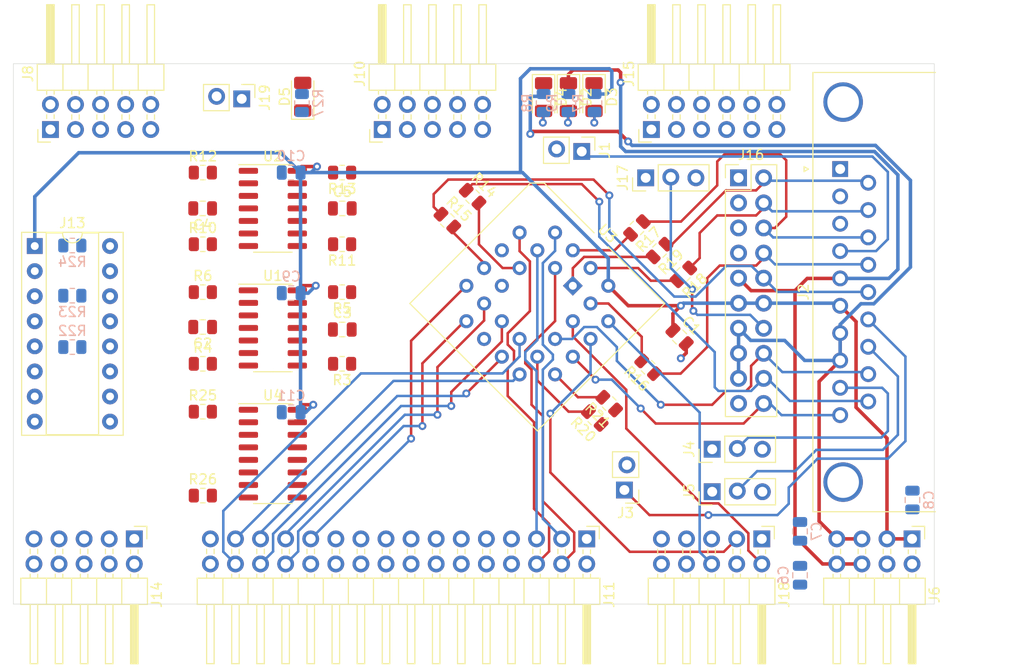
<source format=kicad_pcb>
(kicad_pcb (version 20171130) (host pcbnew "(5.1.10)-1")
  (layers (0 F.Cu signal) (31 B.Cu signal) (34 B.Paste user) (35 F.Paste user) (36 B.SilkS user) (37 F.SilkS user) (38 B.Mask user) (39 F.Mask user) (44 Edge.Cuts user))
  (net 0 "")
  (net 1 GND)
  (net 2 "Net-(C2-Pad1)")
  (net 3 "Net-(C3-Pad1)")
  (net 4 "Net-(C4-Pad1)")
  (net 5 "Net-(C5-Pad1)")
  (net 6 -12V)
  (net 7 +12V)
  (net 8 +5V)
  (net 9 "Net-(D2-Pad2)")
  (net 10 "Net-(D3-Pad2)")
  (net 11 "Net-(D4-Pad2)")
  (net 12 "Net-(D5-Pad2)")
  (net 13 /DB19-4)
  (net 14 /bWDATA)
  (net 15 /RDATA)
  (net 16 "Net-(J2-Pad17)")
  (net 17 /bWREQ)
  (net 18 /seek3)
  (net 19 /seek2)
  (net 20 /seek1)
  (net 21 /seek0)
  (net 22 /SENSE)
  (net 23 "Net-(J2-Pad9)")
  (net 24 /DB19-16)
  (net 25 /bEN2)
  (net 26 /bEN1)
  (net 27 /PDLTRIG)
  (net 28 /DIS0)
  (net 29 /DIS1)
  (net 30 /DIS2)
  (net 31 /DIS3)
  (net 32 /PDL0)
  (net 33 /PDL1)
  (net 34 /PDL2)
  (net 35 /PDL3)
  (net 36 /CP0)
  (net 37 /CP1)
  (net 38 /CP2)
  (net 39 /CP3)
  (net 40 /A0)
  (net 41 /A1)
  (net 42 /A2)
  (net 43 /SW0_OAPL)
  (net 44 /SW1_CAPL)
  (net 45 /SW2)
  (net 46 /SW3)
  (net 47 "Net-(J13-Pad16)")
  (net 48 /AN0)
  (net 49 /AN1)
  (net 50 /AN2)
  (net 51 /STB)
  (net 52 /AN3)
  (net 53 /MDBUS7)
  (net 54 /EN2)
  (net 55 /EN1)
  (net 56 /PHa)
  (net 57 /PHb)
  (net 58 /PHc)
  (net 59 /PHd)
  (net 60 /WREQ)
  (net 61 /WDATA)
  (net 62 /DiskAct)
  (net 63 "Net-(J16-Pad14)")
  (net 64 /Q3)
  (net 65 /7M)
  (net 66 /RESET)
  (net 67 /INTDEV6)
  (net 68 "Net-(R5-Pad2)")
  (net 69 "Net-(R6-Pad2)")
  (net 70 "Net-(R12-Pad2)")
  (net 71 "Net-(R13-Pad2)")
  (net 72 /C060-67)
  (net 73 "Net-(U4-Pad6)")
  (net 74 /MD7)
  (net 75 /MD5)
  (net 76 /MD2)
  (net 77 /MD6)
  (net 78 /MD4)
  (net 79 /MD3)
  (net 80 /MD1)
  (net 81 /BA2)
  (net 82 /MD0)
  (net 83 /BA3)
  (net 84 /BA1)
  (net 85 /BA0)
  (net 86 /BA14)
  (net 87 /BA15)
  (net 88 /BA12)
  (net 89 /BA13)
  (net 90 /BA10)
  (net 91 /BA11)
  (net 92 /BA8)
  (net 93 /BA9)
  (net 94 /BA6)
  (net 95 /BA7)
  (net 96 /BA4)
  (net 97 /BA5)
  (net 98 "Net-(J14-Pad8)")
  (net 99 "Net-(J14-Pad6)")
  (net 100 "Net-(J14-Pad5)")
  (net 101 "Net-(J14-Pad4)")
  (net 102 "Net-(J14-Pad3)")
  (net 103 "Net-(J14-Pad1)")
  (net 104 "Net-(J18-Pad8)")
  (net 105 "Net-(J18-Pad7)")
  (net 106 "Net-(J18-Pad5)")
  (net 107 "Net-(J18-Pad4)")
  (net 108 "Net-(J18-Pad1)")
  (module Connector_PinHeader_2.54mm:PinHeader_2x06_P2.54mm_Horizontal (layer F.Cu) (at 171.8945 84.8995 90)
    (fp_text reference J15 (at 5.655 -2.27 90) (layer F.SilkS))
    (fp_text value IWM-LA)
    (pad 12 thru_hole oval (at 2.54 12.7 90) (size 1.7 1.7) (drill 1) (layers *.Cu *.Mask) (net 54 /EN2))
    (pad 11 thru_hole oval (at 0 12.7 90) (size 1.7 1.7) (drill 1) (layers *.Cu *.Mask) (net 59 /PHd))
    (pad 10 thru_hole oval (at 2.54 10.16 90) (size 1.7 1.7) (drill 1) (layers *.Cu *.Mask) (net 55 /EN1))
    (pad 9 thru_hole oval (at 0 10.16 90) (size 1.7 1.7) (drill 1) (layers *.Cu *.Mask) (net 1 GND))
    (pad 8 thru_hole oval (at 2.54 7.62 90) (size 1.7 1.7) (drill 1) (layers *.Cu *.Mask) (net 1 GND))
    (pad 7 thru_hole oval (at 0 7.62 90) (size 1.7 1.7) (drill 1) (layers *.Cu *.Mask) (net 60 /WREQ))
    (pad 6 thru_hole oval (at 2.54 5.08 90) (size 1.7 1.7) (drill 1) (layers *.Cu *.Mask) (net 56 /PHa))
    (pad 5 thru_hole oval (at 0 5.08 90) (size 1.7 1.7) (drill 1) (layers *.Cu *.Mask) (net 61 /WDATA))
    (pad 4 thru_hole oval (at 2.54 2.54 90) (size 1.7 1.7) (drill 1) (layers *.Cu *.Mask) (net 57 /PHb))
    (pad 3 thru_hole oval (at 0 2.54 90) (size 1.7 1.7) (drill 1) (layers *.Cu *.Mask) (net 15 /RDATA))
    (pad 2 thru_hole oval (at 2.54 0 90) (size 1.7 1.7) (drill 1) (layers *.Cu *.Mask) (net 58 /PHc))
    (pad 1 thru_hole rect (at 0 0 90) (size 1.7 1.7) (drill 1) (layers *.Cu *.Mask) (net 22 /SENSE))
  )
  (module Connector_PinHeader_2.54mm:PinHeader_2x05_P2.54mm_Horizontal (layer F.Cu) (at 144.653 84.8995 90)
    (fp_text reference J10 (at 5.655 -2.27 90) (layer F.SilkS))
    (fp_text value CPx_LA)
    (pad 10 thru_hole oval (at 2.54 10.16 90) (size 1.7 1.7) (drill 1) (layers *.Cu *.Mask) (net 1 GND))
    (pad 9 thru_hole oval (at 0 10.16 90) (size 1.7 1.7) (drill 1) (layers *.Cu *.Mask) (net 1 GND))
    (pad 8 thru_hole oval (at 2.54 7.62 90) (size 1.7 1.7) (drill 1) (layers *.Cu *.Mask) (net 46 /SW3))
    (pad 7 thru_hole oval (at 0 7.62 90) (size 1.7 1.7) (drill 1) (layers *.Cu *.Mask) (net 39 /CP3))
    (pad 6 thru_hole oval (at 2.54 5.08 90) (size 1.7 1.7) (drill 1) (layers *.Cu *.Mask) (net 43 /SW0_OAPL))
    (pad 5 thru_hole oval (at 0 5.08 90) (size 1.7 1.7) (drill 1) (layers *.Cu *.Mask) (net 38 /CP2))
    (pad 4 thru_hole oval (at 2.54 2.54 90) (size 1.7 1.7) (drill 1) (layers *.Cu *.Mask) (net 44 /SW1_CAPL))
    (pad 3 thru_hole oval (at 0 2.54 90) (size 1.7 1.7) (drill 1) (layers *.Cu *.Mask) (net 37 /CP1))
    (pad 2 thru_hole oval (at 2.54 0 90) (size 1.7 1.7) (drill 1) (layers *.Cu *.Mask) (net 45 /SW2))
    (pad 1 thru_hole rect (at 0 0 90) (size 1.7 1.7) (drill 1) (layers *.Cu *.Mask) (net 36 /CP0))
  )
  (module Connector_PinHeader_2.54mm:PinHeader_2x05_P2.54mm_Horizontal (layer F.Cu) (at 111.0615 84.8995 90)
    (fp_text reference J8 (at 5.655 -2.27 90) (layer F.SilkS))
    (fp_text value 555_LA)
    (pad 10 thru_hole oval (at 2.54 10.16 90) (size 1.7 1.7) (drill 1) (layers *.Cu *.Mask) (net 1 GND))
    (pad 9 thru_hole oval (at 0 10.16 90) (size 1.7 1.7) (drill 1) (layers *.Cu *.Mask) (net 1 GND))
    (pad 8 thru_hole oval (at 2.54 7.62 90) (size 1.7 1.7) (drill 1) (layers *.Cu *.Mask) (net 35 /PDL3))
    (pad 7 thru_hole oval (at 0 7.62 90) (size 1.7 1.7) (drill 1) (layers *.Cu *.Mask) (net 31 /DIS3))
    (pad 6 thru_hole oval (at 2.54 5.08 90) (size 1.7 1.7) (drill 1) (layers *.Cu *.Mask) (net 34 /PDL2))
    (pad 5 thru_hole oval (at 0 5.08 90) (size 1.7 1.7) (drill 1) (layers *.Cu *.Mask) (net 30 /DIS2))
    (pad 4 thru_hole oval (at 2.54 2.54 90) (size 1.7 1.7) (drill 1) (layers *.Cu *.Mask) (net 33 /PDL1))
    (pad 3 thru_hole oval (at 0 2.54 90) (size 1.7 1.7) (drill 1) (layers *.Cu *.Mask) (net 29 /DIS1))
    (pad 2 thru_hole oval (at 2.54 0 90) (size 1.7 1.7) (drill 1) (layers *.Cu *.Mask) (net 32 /PDL0))
    (pad 1 thru_hole rect (at 0 0 90) (size 1.7 1.7) (drill 1) (layers *.Cu *.Mask) (net 28 /DIS0))
  )
  (module "My Libraries:PinHeader_1x02_P2.54mm_Vertical-LOCK" (layer F.Cu) (at 130.429 81.661 270)
    (fp_text reference J19 (at 0 -2.33 90) (layer F.SilkS))
    (fp_text value Slot_Maker)
    (pad 1 thru_hole rect (at 0.127 0 270) (size 1.7 1.7) (drill 1) (layers *.Cu *.Mask) (net 67 /INTDEV6))
    (pad 2 thru_hole oval (at -0.127 2.54 270) (size 1.7 1.7) (drill 1) (layers *.Cu *.Mask) (net 1 GND))
  )
  (module Capacitor_SMD:C_0805_2012Metric (layer F.Cu) (at 174.752 105.918 315)
    (fp_text reference C1 (at 0 -1.68 135) (layer F.SilkS))
    (fp_text value 10u)
    (pad 2 smd roundrect (at 0.95 0 315) (size 1 1.45) (layers F.Cu F.Paste F.Mask) (net 1 GND))
    (pad 1 smd roundrect (at -0.95 0 315) (size 1 1.45) (layers F.Cu F.Paste F.Mask) (net 8 +5V))
  )
  (module Connector_PinHeader_2.54mm:PinHeader_2x04_P2.54mm_Horizontal (layer F.Cu) (at 198.2865 126.365 270)
    (fp_text reference J6 (at 5.655 -2.27 90) (layer F.SilkS))
    (fp_text value PWR)
    (pad 8 thru_hole oval (at 2.54 7.62 270) (size 1.7 1.7) (drill 1) (layers *.Cu *.Mask) (net 6 -12V))
    (pad 7 thru_hole oval (at 0 7.62 270) (size 1.7 1.7) (drill 1) (layers *.Cu *.Mask) (net 7 +12V))
    (pad 6 thru_hole oval (at 2.54 5.08 270) (size 1.7 1.7) (drill 1) (layers *.Cu *.Mask) (net 6 -12V))
    (pad 5 thru_hole oval (at 0 5.08 270) (size 1.7 1.7) (drill 1) (layers *.Cu *.Mask) (net 7 +12V))
    (pad 4 thru_hole oval (at 2.54 2.54 270) (size 1.7 1.7) (drill 1) (layers *.Cu *.Mask) (net 1 GND))
    (pad 3 thru_hole oval (at 0 2.54 270) (size 1.7 1.7) (drill 1) (layers *.Cu *.Mask) (net 8 +5V))
    (pad 2 thru_hole oval (at 2.54 0 270) (size 1.7 1.7) (drill 1) (layers *.Cu *.Mask) (net 1 GND))
    (pad 1 thru_hole rect (at 0 0 270) (size 1.7 1.7) (drill 1) (layers *.Cu *.Mask) (net 8 +5V))
  )
  (module Connector_PinHeader_2.54mm:PinHeader_2x05_P2.54mm_Horizontal (layer F.Cu) (at 183.0735 126.365 270)
    (fp_text reference J18 (at 5.655 -2.27 90) (layer F.SilkS))
    (fp_text value CTRL1)
    (pad 10 thru_hole oval (at 2.54 10.16 270) (size 1.7 1.7) (drill 1) (layers *.Cu *.Mask) (net 1 GND))
    (pad 9 thru_hole oval (at 0 10.16 270) (size 1.7 1.7) (drill 1) (layers *.Cu *.Mask) (net 1 GND))
    (pad 8 thru_hole oval (at 2.54 7.62 270) (size 1.7 1.7) (drill 1) (layers *.Cu *.Mask) (net 104 "Net-(J18-Pad8)"))
    (pad 7 thru_hole oval (at 0 7.62 270) (size 1.7 1.7) (drill 1) (layers *.Cu *.Mask) (net 105 "Net-(J18-Pad7)"))
    (pad 6 thru_hole oval (at 2.54 5.08 270) (size 1.7 1.7) (drill 1) (layers *.Cu *.Mask) (net 64 /Q3))
    (pad 5 thru_hole oval (at 0 5.08 270) (size 1.7 1.7) (drill 1) (layers *.Cu *.Mask) (net 106 "Net-(J18-Pad5)"))
    (pad 4 thru_hole oval (at 2.54 2.54 270) (size 1.7 1.7) (drill 1) (layers *.Cu *.Mask) (net 107 "Net-(J18-Pad4)"))
    (pad 3 thru_hole oval (at 0 2.54 270) (size 1.7 1.7) (drill 1) (layers *.Cu *.Mask) (net 66 /RESET))
    (pad 2 thru_hole oval (at 2.54 0 270) (size 1.7 1.7) (drill 1) (layers *.Cu *.Mask) (net 65 /7M))
    (pad 1 thru_hole rect (at 0 0 270) (size 1.7 1.7) (drill 1) (layers *.Cu *.Mask) (net 108 "Net-(J18-Pad1)"))
  )
  (module Connector_PinHeader_2.54mm:PinHeader_2x05_P2.54mm_Horizontal (layer F.Cu) (at 119.5545 126.365 270)
    (fp_text reference J14 (at 5.655 -2.27 90) (layer F.SilkS))
    (fp_text value CTRL2)
    (pad 10 thru_hole oval (at 2.54 10.16 270) (size 1.7 1.7) (drill 1) (layers *.Cu *.Mask) (net 1 GND))
    (pad 9 thru_hole oval (at 0 10.16 270) (size 1.7 1.7) (drill 1) (layers *.Cu *.Mask) (net 1 GND))
    (pad 8 thru_hole oval (at 2.54 7.62 270) (size 1.7 1.7) (drill 1) (layers *.Cu *.Mask) (net 98 "Net-(J14-Pad8)"))
    (pad 7 thru_hole oval (at 0 7.62 270) (size 1.7 1.7) (drill 1) (layers *.Cu *.Mask) (net 27 /PDLTRIG))
    (pad 6 thru_hole oval (at 2.54 5.08 270) (size 1.7 1.7) (drill 1) (layers *.Cu *.Mask) (net 99 "Net-(J14-Pad6)"))
    (pad 5 thru_hole oval (at 0 5.08 270) (size 1.7 1.7) (drill 1) (layers *.Cu *.Mask) (net 100 "Net-(J14-Pad5)"))
    (pad 4 thru_hole oval (at 2.54 2.54 270) (size 1.7 1.7) (drill 1) (layers *.Cu *.Mask) (net 101 "Net-(J14-Pad4)"))
    (pad 3 thru_hole oval (at 0 2.54 270) (size 1.7 1.7) (drill 1) (layers *.Cu *.Mask) (net 102 "Net-(J14-Pad3)"))
    (pad 2 thru_hole oval (at 2.54 0 270) (size 1.7 1.7) (drill 1) (layers *.Cu *.Mask) (net 72 /C060-67))
    (pad 1 thru_hole rect (at 0 0 270) (size 1.7 1.7) (drill 1) (layers *.Cu *.Mask) (net 103 "Net-(J14-Pad1)"))
  )
  (module Connector_PinHeader_2.54mm:PinHeader_2x16_P2.54mm_Horizontal (layer F.Cu) (at 165.354 126.365 270)
    (fp_text reference J11 (at 5.655 -2.27 90) (layer F.SilkS))
    (fp_text value Addr_Main_Data)
    (pad 32 thru_hole oval (at 2.54 38.1 270) (size 1.7 1.7) (drill 1) (layers *.Cu *.Mask) (net 1 GND))
    (pad 31 thru_hole oval (at 0 38.1 270) (size 1.7 1.7) (drill 1) (layers *.Cu *.Mask) (net 1 GND))
    (pad 30 thru_hole oval (at 2.54 35.56 270) (size 1.7 1.7) (drill 1) (layers *.Cu *.Mask) (net 77 /MD6))
    (pad 29 thru_hole oval (at 0 35.56 270) (size 1.7 1.7) (drill 1) (layers *.Cu *.Mask) (net 74 /MD7))
    (pad 28 thru_hole oval (at 2.54 33.02 270) (size 1.7 1.7) (drill 1) (layers *.Cu *.Mask) (net 78 /MD4))
    (pad 27 thru_hole oval (at 0 33.02 270) (size 1.7 1.7) (drill 1) (layers *.Cu *.Mask) (net 75 /MD5))
    (pad 26 thru_hole oval (at 2.54 30.48 270) (size 1.7 1.7) (drill 1) (layers *.Cu *.Mask) (net 76 /MD2))
    (pad 25 thru_hole oval (at 0 30.48 270) (size 1.7 1.7) (drill 1) (layers *.Cu *.Mask) (net 79 /MD3))
    (pad 24 thru_hole oval (at 2.54 27.94 270) (size 1.7 1.7) (drill 1) (layers *.Cu *.Mask) (net 82 /MD0))
    (pad 23 thru_hole oval (at 0 27.94 270) (size 1.7 1.7) (drill 1) (layers *.Cu *.Mask) (net 80 /MD1))
    (pad 22 thru_hole oval (at 2.54 25.4 270) (size 1.7 1.7) (drill 1) (layers *.Cu *.Mask) (net 1 GND))
    (pad 21 thru_hole oval (at 0 25.4 270) (size 1.7 1.7) (drill 1) (layers *.Cu *.Mask) (net 1 GND))
    (pad 20 thru_hole oval (at 2.54 22.86 270) (size 1.7 1.7) (drill 1) (layers *.Cu *.Mask) (net 86 /BA14))
    (pad 19 thru_hole oval (at 0 22.86 270) (size 1.7 1.7) (drill 1) (layers *.Cu *.Mask) (net 87 /BA15))
    (pad 18 thru_hole oval (at 2.54 20.32 270) (size 1.7 1.7) (drill 1) (layers *.Cu *.Mask) (net 88 /BA12))
    (pad 17 thru_hole oval (at 0 20.32 270) (size 1.7 1.7) (drill 1) (layers *.Cu *.Mask) (net 89 /BA13))
    (pad 16 thru_hole oval (at 2.54 17.78 270) (size 1.7 1.7) (drill 1) (layers *.Cu *.Mask) (net 90 /BA10))
    (pad 15 thru_hole oval (at 0 17.78 270) (size 1.7 1.7) (drill 1) (layers *.Cu *.Mask) (net 91 /BA11))
    (pad 14 thru_hole oval (at 2.54 15.24 270) (size 1.7 1.7) (drill 1) (layers *.Cu *.Mask) (net 92 /BA8))
    (pad 13 thru_hole oval (at 0 15.24 270) (size 1.7 1.7) (drill 1) (layers *.Cu *.Mask) (net 93 /BA9))
    (pad 12 thru_hole oval (at 2.54 12.7 270) (size 1.7 1.7) (drill 1) (layers *.Cu *.Mask) (net 1 GND))
    (pad 11 thru_hole oval (at 0 12.7 270) (size 1.7 1.7) (drill 1) (layers *.Cu *.Mask) (net 1 GND))
    (pad 10 thru_hole oval (at 2.54 10.16 270) (size 1.7 1.7) (drill 1) (layers *.Cu *.Mask) (net 94 /BA6))
    (pad 9 thru_hole oval (at 0 10.16 270) (size 1.7 1.7) (drill 1) (layers *.Cu *.Mask) (net 95 /BA7))
    (pad 8 thru_hole oval (at 2.54 7.62 270) (size 1.7 1.7) (drill 1) (layers *.Cu *.Mask) (net 96 /BA4))
    (pad 7 thru_hole oval (at 0 7.62 270) (size 1.7 1.7) (drill 1) (layers *.Cu *.Mask) (net 97 /BA5))
    (pad 6 thru_hole oval (at 2.54 5.08 270) (size 1.7 1.7) (drill 1) (layers *.Cu *.Mask) (net 81 /BA2))
    (pad 5 thru_hole oval (at 0 5.08 270) (size 1.7 1.7) (drill 1) (layers *.Cu *.Mask) (net 83 /BA3))
    (pad 4 thru_hole oval (at 2.54 2.54 270) (size 1.7 1.7) (drill 1) (layers *.Cu *.Mask) (net 85 /BA0))
    (pad 3 thru_hole oval (at 0 2.54 270) (size 1.7 1.7) (drill 1) (layers *.Cu *.Mask) (net 84 /BA1))
    (pad 2 thru_hole oval (at 2.54 0 270) (size 1.7 1.7) (drill 1) (layers *.Cu *.Mask) (net 1 GND))
    (pad 1 thru_hole rect (at 0 0 270) (size 1.7 1.7) (drill 1) (layers *.Cu *.Mask) (net 1 GND))
  )
  (module "My Libraries:DSUB-19_Apple_II_Floppy" (layer F.Cu) (at 191.008 88.9 90)
    (fp_text reference J2 (at -12.465 -3.7 90) (layer F.SilkS))
    (fp_text value DSUB19)
    (pad 0 thru_hole circle (at 6.785 0.3 90) (size 4 4) (drill 3.2) (layers *.Cu *.Mask))
    (pad 0 thru_hole circle (at -31.715 0.3 90) (size 4 4) (drill 3.2) (layers *.Cu *.Mask))
    (pad 1 thru_hole rect (at 0 0 90) (size 1.6 1.6) (drill 1) (layers *.Cu *.Mask) (net 1 GND))
    (pad 2 thru_hole circle (at -2.77 0 90) (size 1.6 1.6) (drill 1) (layers *.Cu *.Mask) (net 1 GND))
    (pad 3 thru_hole circle (at -5.54 0 90) (size 1.6 1.6) (drill 1) (layers *.Cu *.Mask) (net 1 GND))
    (pad 4 thru_hole circle (at -8.31 0 90) (size 1.6 1.6) (drill 1) (layers *.Cu *.Mask) (net 13 /DB19-4))
    (pad 5 thru_hole circle (at -11.08 0 90) (size 1.6 1.6) (drill 1) (layers *.Cu *.Mask) (net 6 -12V))
    (pad 6 thru_hole circle (at -13.85 0 90) (size 1.6 1.6) (drill 1) (layers *.Cu *.Mask) (net 8 +5V))
    (pad 7 thru_hole circle (at -16.62 0 90) (size 1.6 1.6) (drill 1) (layers *.Cu *.Mask) (net 7 +12V))
    (pad 8 thru_hole circle (at -19.39 0 90) (size 1.6 1.6) (drill 1) (layers *.Cu *.Mask) (net 7 +12V))
    (pad 9 thru_hole circle (at -22.16 0 90) (size 1.6 1.6) (drill 1) (layers *.Cu *.Mask) (net 23 "Net-(J2-Pad9)"))
    (pad 10 thru_hole circle (at -24.93 0 90) (size 1.6 1.6) (drill 1) (layers *.Cu *.Mask) (net 22 /SENSE))
    (pad 11 thru_hole circle (at -1.385 2.84 90) (size 1.6 1.6) (drill 1) (layers *.Cu *.Mask) (net 21 /seek0))
    (pad 12 thru_hole circle (at -4.155 2.84 90) (size 1.6 1.6) (drill 1) (layers *.Cu *.Mask) (net 20 /seek1))
    (pad 13 thru_hole circle (at -6.925 2.84 90) (size 1.6 1.6) (drill 1) (layers *.Cu *.Mask) (net 19 /seek2))
    (pad 14 thru_hole circle (at -9.695 2.84 90) (size 1.6 1.6) (drill 1) (layers *.Cu *.Mask) (net 18 /seek3))
    (pad 15 thru_hole circle (at -12.465 2.84 90) (size 1.6 1.6) (drill 1) (layers *.Cu *.Mask) (net 17 /bWREQ))
    (pad 16 thru_hole circle (at -15.235 2.84 90) (size 1.6 1.6) (drill 1) (layers *.Cu *.Mask) (net 24 /DB19-16))
    (pad 17 thru_hole circle (at -18.005 2.84 90) (size 1.6 1.6) (drill 1) (layers *.Cu *.Mask) (net 16 "Net-(J2-Pad17)"))
    (pad 18 thru_hole circle (at -20.775 2.84 90) (size 1.6 1.6) (drill 1) (layers *.Cu *.Mask) (net 15 /RDATA))
    (pad 19 thru_hole circle (at -23.545 2.84 90) (size 1.6 1.6) (drill 1) (layers *.Cu *.Mask) (net 14 /bWDATA))
  )
  (module Package_SO:SOIC-16_3.9x9.9mm_P1.27mm (layer F.Cu) (at 133.5786 117.729)
    (fp_text reference U4 (at 0 -5.9) (layer F.SilkS))
    (fp_text value HCT251)
    (pad 16 smd roundrect (at 2.475 -4.445) (size 1.95 0.6) (layers F.Cu F.Paste F.Mask) (net 8 +5V))
    (pad 15 smd roundrect (at 2.475 -3.175) (size 1.95 0.6) (layers F.Cu F.Paste F.Mask) (net 36 /CP0))
    (pad 14 smd roundrect (at 2.475 -1.905) (size 1.95 0.6) (layers F.Cu F.Paste F.Mask) (net 37 /CP1))
    (pad 13 smd roundrect (at 2.475 -0.635) (size 1.95 0.6) (layers F.Cu F.Paste F.Mask) (net 38 /CP2))
    (pad 12 smd roundrect (at 2.475 0.635) (size 1.95 0.6) (layers F.Cu F.Paste F.Mask) (net 39 /CP3))
    (pad 11 smd roundrect (at 2.475 1.905) (size 1.95 0.6) (layers F.Cu F.Paste F.Mask) (net 40 /A0))
    (pad 10 smd roundrect (at 2.475 3.175) (size 1.95 0.6) (layers F.Cu F.Paste F.Mask) (net 41 /A1))
    (pad 9 smd roundrect (at 2.475 4.445) (size 1.95 0.6) (layers F.Cu F.Paste F.Mask) (net 42 /A2))
    (pad 8 smd roundrect (at -2.475 4.445) (size 1.95 0.6) (layers F.Cu F.Paste F.Mask) (net 1 GND))
    (pad 7 smd roundrect (at -2.475 3.175) (size 1.95 0.6) (layers F.Cu F.Paste F.Mask) (net 72 /C060-67))
    (pad 6 smd roundrect (at -2.475 1.905) (size 1.95 0.6) (layers F.Cu F.Paste F.Mask) (net 73 "Net-(U4-Pad6)"))
    (pad 5 smd roundrect (at -2.475 0.635) (size 1.95 0.6) (layers F.Cu F.Paste F.Mask) (net 53 /MDBUS7))
    (pad 4 smd roundrect (at -2.475 -0.635) (size 1.95 0.6) (layers F.Cu F.Paste F.Mask) (net 46 /SW3))
    (pad 3 smd roundrect (at -2.475 -1.905) (size 1.95 0.6) (layers F.Cu F.Paste F.Mask) (net 43 /SW0_OAPL))
    (pad 2 smd roundrect (at -2.475 -3.175) (size 1.95 0.6) (layers F.Cu F.Paste F.Mask) (net 44 /SW1_CAPL))
    (pad 1 smd roundrect (at -2.475 -4.445) (size 1.95 0.6) (layers F.Cu F.Paste F.Mask) (net 45 /SW2))
  )
  (module Package_LCC:PLCC-28_THT-Socket (layer F.Cu) (at 163.9443 100.7237 315)
    (fp_text reference U3 (at -1.27 -6.215 135) (layer F.SilkS))
    (fp_text value IWM)
    (pad 25 thru_hole circle (at 5.08 0 315) (size 1.4224 1.4224) (drill 0.8) (layers *.Cu *.Mask) (net 64 /Q3))
    (pad 23 thru_hole circle (at 5.08 2.54 315) (size 1.4224 1.4224) (drill 0.8) (layers *.Cu *.Mask) (net 66 /RESET))
    (pad 21 thru_hole circle (at 5.08 5.08 315) (size 1.4224 1.4224) (drill 0.8) (layers *.Cu *.Mask) (net 22 /SENSE))
    (pad 26 thru_hole circle (at 2.54 -2.54 315) (size 1.4224 1.4224) (drill 0.8) (layers *.Cu *.Mask) (net 8 +5V))
    (pad 24 thru_hole circle (at 2.54 2.54 315) (size 1.4224 1.4224) (drill 0.8) (layers *.Cu *.Mask) (net 65 /7M))
    (pad 22 thru_hole circle (at 2.54 5.08 315) (size 1.4224 1.4224) (drill 0.8) (layers *.Cu *.Mask) (net 15 /RDATA))
    (pad 20 thru_hole circle (at 2.54 7.62 315) (size 1.4224 1.4224) (drill 0.8) (layers *.Cu *.Mask) (net 55 /EN1))
    (pad 18 thru_hole circle (at 2.54 10.16 315) (size 1.4224 1.4224) (drill 0.8) (layers *.Cu *.Mask) (net 74 /MD7))
    (pad 16 thru_hole circle (at 0 10.16 315) (size 1.4224 1.4224) (drill 0.8) (layers *.Cu *.Mask) (net 75 /MD5))
    (pad 14 thru_hole circle (at -2.54 10.16 315) (size 1.4224 1.4224) (drill 0.8) (layers *.Cu *.Mask) (net 1 GND))
    (pad 12 thru_hole circle (at -5.08 10.16 315) (size 1.4224 1.4224) (drill 0.8) (layers *.Cu *.Mask) (net 76 /MD2))
    (pad 19 thru_hole circle (at 5.08 7.62 315) (size 1.4224 1.4224) (drill 0.8) (layers *.Cu *.Mask) (net 54 /EN2))
    (pad 17 thru_hole circle (at 0 7.62 315) (size 1.4224 1.4224) (drill 0.8) (layers *.Cu *.Mask) (net 77 /MD6))
    (pad 15 thru_hole circle (at -2.54 7.62 315) (size 1.4224 1.4224) (drill 0.8) (layers *.Cu *.Mask) (net 78 /MD4))
    (pad 13 thru_hole circle (at -5.08 7.62 315) (size 1.4224 1.4224) (drill 0.8) (layers *.Cu *.Mask) (net 79 /MD3))
    (pad 11 thru_hole circle (at -7.62 7.62 315) (size 1.4224 1.4224) (drill 0.8) (layers *.Cu *.Mask) (net 80 /MD1))
    (pad 9 thru_hole circle (at -7.62 5.08 315) (size 1.4224 1.4224) (drill 0.8) (layers *.Cu *.Mask) (net 60 /WREQ))
    (pad 7 thru_hole circle (at -7.62 2.54 315) (size 1.4224 1.4224) (drill 0.8) (layers *.Cu *.Mask) (net 67 /INTDEV6))
    (pad 5 thru_hole circle (at -7.62 0 315) (size 1.4224 1.4224) (drill 0.8) (layers *.Cu *.Mask) (net 81 /BA2))
    (pad 10 thru_hole circle (at -5.08 5.08 315) (size 1.4224 1.4224) (drill 0.8) (layers *.Cu *.Mask) (net 82 /MD0))
    (pad 8 thru_hole circle (at -5.08 2.54 315) (size 1.4224 1.4224) (drill 0.8) (layers *.Cu *.Mask) (net 61 /WDATA))
    (pad 6 thru_hole circle (at -5.08 0 315) (size 1.4224 1.4224) (drill 0.8) (layers *.Cu *.Mask) (net 83 /BA3))
    (pad 28 thru_hole circle (at 0 -2.54 315) (size 1.4224 1.4224) (drill 0.8) (layers *.Cu *.Mask) (net 57 /PHb))
    (pad 4 thru_hole circle (at -5.08 -2.54 315) (size 1.4224 1.4224) (drill 0.8) (layers *.Cu *.Mask) (net 84 /BA1))
    (pad 2 thru_hole circle (at -2.54 -2.54 315) (size 1.4224 1.4224) (drill 0.8) (layers *.Cu *.Mask) (net 58 /PHc))
    (pad 27 thru_hole circle (at 2.54 0 315) (size 1.4224 1.4224) (drill 0.8) (layers *.Cu *.Mask) (net 59 /PHd))
    (pad 3 thru_hole circle (at -2.54 0 315) (size 1.4224 1.4224) (drill 0.8) (layers *.Cu *.Mask) (net 85 /BA0))
    (pad 1 thru_hole rect (at 0 0 315) (size 1.4224 1.4224) (drill 0.8) (layers *.Cu *.Mask) (net 56 /PHa))
  )
  (module Package_SO:SO-14_3.9x8.65mm_P1.27mm (layer F.Cu) (at 133.5786 92.8878)
    (fp_text reference U2 (at 0 -5.28) (layer F.SilkS))
    (fp_text value NE556)
    (pad 1 smd roundrect (at -2.475 -3.81) (size 1.95 0.6) (layers F.Cu F.Paste F.Mask) (net 30 /DIS2))
    (pad 2 smd roundrect (at -2.475 -2.54) (size 1.95 0.6) (layers F.Cu F.Paste F.Mask) (net 70 "Net-(R12-Pad2)"))
    (pad 3 smd roundrect (at -2.475 -1.27) (size 1.95 0.6) (layers F.Cu F.Paste F.Mask) (net 4 "Net-(C4-Pad1)"))
    (pad 4 smd roundrect (at -2.475 0) (size 1.95 0.6) (layers F.Cu F.Paste F.Mask) (net 8 +5V))
    (pad 5 smd roundrect (at -2.475 1.27) (size 1.95 0.6) (layers F.Cu F.Paste F.Mask) (net 38 /CP2))
    (pad 6 smd roundrect (at -2.475 2.54) (size 1.95 0.6) (layers F.Cu F.Paste F.Mask) (net 27 /PDLTRIG))
    (pad 7 smd roundrect (at -2.475 3.81) (size 1.95 0.6) (layers F.Cu F.Paste F.Mask) (net 1 GND))
    (pad 8 smd roundrect (at 2.475 3.81) (size 1.95 0.6) (layers F.Cu F.Paste F.Mask) (net 27 /PDLTRIG))
    (pad 9 smd roundrect (at 2.475 2.54) (size 1.95 0.6) (layers F.Cu F.Paste F.Mask) (net 39 /CP3))
    (pad 10 smd roundrect (at 2.475 1.27) (size 1.95 0.6) (layers F.Cu F.Paste F.Mask) (net 8 +5V))
    (pad 11 smd roundrect (at 2.475 0) (size 1.95 0.6) (layers F.Cu F.Paste F.Mask) (net 5 "Net-(C5-Pad1)"))
    (pad 12 smd roundrect (at 2.475 -1.27) (size 1.95 0.6) (layers F.Cu F.Paste F.Mask) (net 71 "Net-(R13-Pad2)"))
    (pad 13 smd roundrect (at 2.475 -2.54) (size 1.95 0.6) (layers F.Cu F.Paste F.Mask) (net 31 /DIS3))
    (pad 14 smd roundrect (at 2.475 -3.81) (size 1.95 0.6) (layers F.Cu F.Paste F.Mask) (net 8 +5V))
  )
  (module Package_SO:SO-14_3.9x8.65mm_P1.27mm (layer F.Cu) (at 133.5786 104.9984)
    (fp_text reference U1 (at 0 -5.28) (layer F.SilkS))
    (fp_text value NE556)
    (pad 14 smd roundrect (at 2.475 -3.81) (size 1.95 0.6) (layers F.Cu F.Paste F.Mask) (net 8 +5V))
    (pad 13 smd roundrect (at 2.475 -2.54) (size 1.95 0.6) (layers F.Cu F.Paste F.Mask) (net 29 /DIS1))
    (pad 12 smd roundrect (at 2.475 -1.27) (size 1.95 0.6) (layers F.Cu F.Paste F.Mask) (net 68 "Net-(R5-Pad2)"))
    (pad 11 smd roundrect (at 2.475 0) (size 1.95 0.6) (layers F.Cu F.Paste F.Mask) (net 3 "Net-(C3-Pad1)"))
    (pad 10 smd roundrect (at 2.475 1.27) (size 1.95 0.6) (layers F.Cu F.Paste F.Mask) (net 8 +5V))
    (pad 9 smd roundrect (at 2.475 2.54) (size 1.95 0.6) (layers F.Cu F.Paste F.Mask) (net 37 /CP1))
    (pad 8 smd roundrect (at 2.475 3.81) (size 1.95 0.6) (layers F.Cu F.Paste F.Mask) (net 27 /PDLTRIG))
    (pad 7 smd roundrect (at -2.475 3.81) (size 1.95 0.6) (layers F.Cu F.Paste F.Mask) (net 1 GND))
    (pad 6 smd roundrect (at -2.475 2.54) (size 1.95 0.6) (layers F.Cu F.Paste F.Mask) (net 27 /PDLTRIG))
    (pad 5 smd roundrect (at -2.475 1.27) (size 1.95 0.6) (layers F.Cu F.Paste F.Mask) (net 36 /CP0))
    (pad 4 smd roundrect (at -2.475 0) (size 1.95 0.6) (layers F.Cu F.Paste F.Mask) (net 8 +5V))
    (pad 3 smd roundrect (at -2.475 -1.27) (size 1.95 0.6) (layers F.Cu F.Paste F.Mask) (net 2 "Net-(C2-Pad1)"))
    (pad 2 smd roundrect (at -2.475 -2.54) (size 1.95 0.6) (layers F.Cu F.Paste F.Mask) (net 69 "Net-(R6-Pad2)"))
    (pad 1 smd roundrect (at -2.475 -3.81) (size 1.95 0.6) (layers F.Cu F.Paste F.Mask) (net 28 /DIS0))
  )
  (module Resistor_SMD:R_0805_2012Metric (layer B.Cu) (at 136.525 82.2102 90)
    (fp_text reference R27 (at 0 1.65 90) (layer B.SilkS) (effects (justify mirror)))
    (fp_text value 4k7)
    (pad 2 smd roundrect (at 0.9125 0 90) (size 1.025 1.4) (layers B.Cu B.Paste B.Mask) (roundrect_rratio 0.243902) (net 12 "Net-(D5-Pad2)"))
    (pad 1 smd roundrect (at -0.9125 0 90) (size 1.025 1.4) (layers B.Cu B.Paste B.Mask) (roundrect_rratio 0.243902) (net 62 /DiskAct))
  )
  (module Resistor_SMD:R_0805_2012Metric (layer F.Cu) (at 126.492 121.979)
    (fp_text reference R26 (at 0 -1.65) (layer F.SilkS))
    (fp_text value 200k)
    (pad 2 smd roundrect (at 0.9125 0) (size 1.025 1.4) (layers F.Cu F.Paste F.Mask) (roundrect_rratio 0.243902) (net 46 /SW3))
    (pad 1 smd roundrect (at -0.9125 0) (size 1.025 1.4) (layers F.Cu F.Paste F.Mask) (roundrect_rratio 0.243902) (net 8 +5V))
  )
  (module Resistor_SMD:R_0805_2012Metric (layer F.Cu) (at 126.492 113.479)
    (fp_text reference R25 (at 0 -1.65) (layer F.SilkS))
    (fp_text value 200k)
    (pad 2 smd roundrect (at 0.9125 0) (size 1.025 1.4) (layers F.Cu F.Paste F.Mask) (roundrect_rratio 0.243902) (net 45 /SW2))
    (pad 1 smd roundrect (at -0.9125 0) (size 1.025 1.4) (layers F.Cu F.Paste F.Mask) (roundrect_rratio 0.243902) (net 8 +5V))
  )
  (module Resistor_SMD:R_0805_2012Metric (layer B.Cu) (at 113.278 96.647)
    (fp_text reference R24 (at 0 1.65) (layer B.SilkS) (effects (justify mirror)))
    (fp_text value 4k7)
    (pad 2 smd roundrect (at 0.9125 0) (size 1.025 1.4) (layers B.Cu B.Paste B.Mask) (roundrect_rratio 0.243902) (net 1 GND))
    (pad 1 smd roundrect (at -0.9125 0) (size 1.025 1.4) (layers B.Cu B.Paste B.Mask) (roundrect_rratio 0.243902) (net 43 /SW0_OAPL))
  )
  (module Resistor_SMD:R_0805_2012Metric (layer B.Cu) (at 113.278 101.727)
    (fp_text reference R23 (at 0 1.65) (layer B.SilkS) (effects (justify mirror)))
    (fp_text value 4k7)
    (pad 2 smd roundrect (at 0.9125 0) (size 1.025 1.4) (layers B.Cu B.Paste B.Mask) (roundrect_rratio 0.243902) (net 1 GND))
    (pad 1 smd roundrect (at -0.9125 0) (size 1.025 1.4) (layers B.Cu B.Paste B.Mask) (roundrect_rratio 0.243902) (net 44 /SW1_CAPL))
  )
  (module Resistor_SMD:R_0805_2012Metric (layer B.Cu) (at 113.278 106.934 180)
    (fp_text reference R22 (at 0 1.65) (layer B.SilkS) (effects (justify mirror)))
    (fp_text value 4k7)
    (pad 2 smd roundrect (at 0.9125 0 180) (size 1.025 1.4) (layers B.Cu B.Paste B.Mask) (roundrect_rratio 0.243902) (net 51 /STB))
    (pad 1 smd roundrect (at -0.9125 0 180) (size 1.025 1.4) (layers B.Cu B.Paste B.Mask) (roundrect_rratio 0.243902) (net 8 +5V))
  )
  (module Resistor_SMD:R_0805_2012Metric (layer F.Cu) (at 167.6273 112.6617 135)
    (fp_text reference R21 (at 0 -1.65 135) (layer F.SilkS))
    (fp_text value 22)
    (pad 2 smd roundrect (at 0.9125 0 135) (size 1.025 1.4) (layers F.Cu F.Paste F.Mask) (roundrect_rratio 0.243902) (net 54 /EN2))
    (pad 1 smd roundrect (at -0.9125 0 135) (size 1.025 1.4) (layers F.Cu F.Paste F.Mask) (roundrect_rratio 0.243902) (net 25 /bEN2))
  )
  (module Resistor_SMD:R_0805_2012Metric (layer F.Cu) (at 166.1668 114.1222 135)
    (fp_text reference R20 (at 0 -1.65 135) (layer F.SilkS))
    (fp_text value 22)
    (pad 2 smd roundrect (at 0.9125 0 135) (size 1.025 1.4) (layers F.Cu F.Paste F.Mask) (roundrect_rratio 0.243902) (net 55 /EN1))
    (pad 1 smd roundrect (at -0.9125 0 135) (size 1.025 1.4) (layers F.Cu F.Paste F.Mask) (roundrect_rratio 0.243902) (net 26 /bEN1))
  )
  (module Resistor_SMD:R_0805_2012Metric (layer F.Cu) (at 172.72 97.155 225)
    (fp_text reference R19 (at 0 -1.65 45) (layer F.SilkS))
    (fp_text value 22)
    (pad 2 smd roundrect (at 0.9125 0 225) (size 1.025 1.4) (layers F.Cu F.Paste F.Mask) (roundrect_rratio 0.243902) (net 56 /PHa))
    (pad 1 smd roundrect (at -0.9125 0 225) (size 1.025 1.4) (layers F.Cu F.Paste F.Mask) (roundrect_rratio 0.243902) (net 21 /seek0))
  )
  (module Resistor_SMD:R_0805_2012Metric (layer F.Cu) (at 175.133 99.568 225)
    (fp_text reference R18 (at 0 -1.65 45) (layer F.SilkS))
    (fp_text value 22)
    (pad 2 smd roundrect (at 0.9125 0 225) (size 1.025 1.4) (layers F.Cu F.Paste F.Mask) (roundrect_rratio 0.243902) (net 57 /PHb))
    (pad 1 smd roundrect (at -0.9125 0 225) (size 1.025 1.4) (layers F.Cu F.Paste F.Mask) (roundrect_rratio 0.243902) (net 20 /seek1))
  )
  (module Resistor_SMD:R_0805_2012Metric (layer F.Cu) (at 170.434 94.869 225)
    (fp_text reference R17 (at 0 -1.65 45) (layer F.SilkS))
    (fp_text value 22)
    (pad 2 smd roundrect (at 0.9125 0 225) (size 1.025 1.4) (layers F.Cu F.Paste F.Mask) (roundrect_rratio 0.243902) (net 58 /PHc))
    (pad 1 smd roundrect (at -0.9125 0 225) (size 1.025 1.4) (layers F.Cu F.Paste F.Mask) (roundrect_rratio 0.243902) (net 19 /seek2))
  )
  (module Resistor_SMD:R_0805_2012Metric (layer F.Cu) (at 171.5643 108.9787 135)
    (fp_text reference R16 (at 0 -1.65 135) (layer F.SilkS))
    (fp_text value 22)
    (pad 2 smd roundrect (at 0.9125 0 135) (size 1.025 1.4) (layers F.Cu F.Paste F.Mask) (roundrect_rratio 0.243902) (net 59 /PHd))
    (pad 1 smd roundrect (at -0.9125 0 135) (size 1.025 1.4) (layers F.Cu F.Paste F.Mask) (roundrect_rratio 0.243902) (net 18 /seek3))
  )
  (module Resistor_SMD:R_0805_2012Metric (layer F.Cu) (at 151.2443 94.1197 315)
    (fp_text reference R15 (at 0 -1.65 135) (layer F.SilkS))
    (fp_text value 22)
    (pad 2 smd roundrect (at 0.9125 0 315) (size 1.025 1.4) (layers F.Cu F.Paste F.Mask) (roundrect_rratio 0.243902) (net 60 /WREQ))
    (pad 1 smd roundrect (at -0.9125 0 315) (size 1.025 1.4) (layers F.Cu F.Paste F.Mask) (roundrect_rratio 0.243902) (net 17 /bWREQ))
  )
  (module Resistor_SMD:R_0805_2012Metric (layer F.Cu) (at 153.797 91.694 315)
    (fp_text reference R14 (at 0 -1.65 135) (layer F.SilkS))
    (fp_text value 22)
    (pad 2 smd roundrect (at 0.9125 0 315) (size 1.025 1.4) (layers F.Cu F.Paste F.Mask) (roundrect_rratio 0.243902) (net 61 /WDATA))
    (pad 1 smd roundrect (at -0.9125 0 315) (size 1.025 1.4) (layers F.Cu F.Paste F.Mask) (roundrect_rratio 0.243902) (net 14 /bWDATA))
  )
  (module Resistor_SMD:R_0805_2012Metric (layer F.Cu) (at 140.589 89.2578 180)
    (fp_text reference R13 (at 0 -1.65) (layer F.SilkS))
    (fp_text value 100)
    (pad 1 smd roundrect (at -0.9125 0 180) (size 1.025 1.4) (layers F.Cu F.Paste F.Mask) (roundrect_rratio 0.243902) (net 35 /PDL3))
    (pad 2 smd roundrect (at 0.9125 0 180) (size 1.025 1.4) (layers F.Cu F.Paste F.Mask) (roundrect_rratio 0.243902) (net 71 "Net-(R13-Pad2)"))
  )
  (module Resistor_SMD:R_0805_2012Metric (layer F.Cu) (at 126.492 89.2578)
    (fp_text reference R12 (at 0 -1.65) (layer F.SilkS))
    (fp_text value 100)
    (pad 2 smd roundrect (at 0.9125 0) (size 1.025 1.4) (layers F.Cu F.Paste F.Mask) (roundrect_rratio 0.243902) (net 70 "Net-(R12-Pad2)"))
    (pad 1 smd roundrect (at -0.9125 0) (size 1.025 1.4) (layers F.Cu F.Paste F.Mask) (roundrect_rratio 0.243902) (net 34 /PDL2))
  )
  (module Resistor_SMD:R_0805_2012Metric (layer F.Cu) (at 140.589 96.5178 180)
    (fp_text reference R11 (at 0 -1.65) (layer F.SilkS))
    (fp_text value 1K)
    (pad 2 smd roundrect (at 0.9125 0 180) (size 1.025 1.4) (layers F.Cu F.Paste F.Mask) (roundrect_rratio 0.243902) (net 39 /CP3))
    (pad 1 smd roundrect (at -0.9125 0 180) (size 1.025 1.4) (layers F.Cu F.Paste F.Mask) (roundrect_rratio 0.243902) (net 8 +5V))
  )
  (module Resistor_SMD:R_0805_2012Metric (layer F.Cu) (at 126.492 96.5178)
    (fp_text reference R10 (at 0 -1.65) (layer F.SilkS))
    (fp_text value 1K)
    (pad 2 smd roundrect (at 0.9125 0) (size 1.025 1.4) (layers F.Cu F.Paste F.Mask) (roundrect_rratio 0.243902) (net 38 /CP2))
    (pad 1 smd roundrect (at -0.9125 0) (size 1.025 1.4) (layers F.Cu F.Paste F.Mask) (roundrect_rratio 0.243902) (net 8 +5V))
  )
  (module Resistor_SMD:R_0805_2012Metric (layer B.Cu) (at 163.4998 82.2102 270)
    (fp_text reference R9 (at 0 1.65 270) (layer B.SilkS) (effects (justify mirror)))
    (fp_text value 1k)
    (pad 2 smd roundrect (at 0.9125 0 270) (size 1.025 1.4) (layers B.Cu B.Paste B.Mask) (roundrect_rratio 0.243902) (net 9 "Net-(D2-Pad2)"))
    (pad 1 smd roundrect (at -0.9125 0 270) (size 1.025 1.4) (layers B.Cu B.Paste B.Mask) (roundrect_rratio 0.243902) (net 1 GND))
  )
  (module Resistor_SMD:R_0805_2012Metric (layer B.Cu) (at 160.9852 82.2102 270)
    (fp_text reference R8 (at 0 1.65 270) (layer B.SilkS) (effects (justify mirror)))
    (fp_text value 1k)
    (pad 2 smd roundrect (at 0.9125 0 270) (size 1.025 1.4) (layers B.Cu B.Paste B.Mask) (roundrect_rratio 0.243902) (net 11 "Net-(D4-Pad2)"))
    (pad 1 smd roundrect (at -0.9125 0 270) (size 1.025 1.4) (layers B.Cu B.Paste B.Mask) (roundrect_rratio 0.243902) (net 7 +12V))
  )
  (module Resistor_SMD:R_0805_2012Metric (layer B.Cu) (at 166.1414 82.2102 270)
    (fp_text reference R7 (at 0 1.65 90) (layer B.SilkS) (effects (justify mirror)))
    (fp_text value 1k)
    (pad 2 smd roundrect (at 0.9125 0 270) (size 1.025 1.4) (layers B.Cu B.Paste B.Mask) (roundrect_rratio 0.243902) (net 10 "Net-(D3-Pad2)"))
    (pad 1 smd roundrect (at -0.9125 0 270) (size 1.025 1.4) (layers B.Cu B.Paste B.Mask) (roundrect_rratio 0.243902) (net 8 +5V))
  )
  (module Resistor_SMD:R_0805_2012Metric (layer F.Cu) (at 126.492 101.3684)
    (fp_text reference R6 (at 0 -1.65) (layer F.SilkS))
    (fp_text value 100)
    (pad 2 smd roundrect (at 0.9125 0) (size 1.025 1.4) (layers F.Cu F.Paste F.Mask) (roundrect_rratio 0.243902) (net 69 "Net-(R6-Pad2)"))
    (pad 1 smd roundrect (at -0.9125 0) (size 1.025 1.4) (layers F.Cu F.Paste F.Mask) (roundrect_rratio 0.243902) (net 32 /PDL0))
  )
  (module Resistor_SMD:R_0805_2012Metric (layer F.Cu) (at 140.589 101.3684 180)
    (fp_text reference R5 (at 0 -1.65) (layer F.SilkS))
    (fp_text value 100)
    (pad 2 smd roundrect (at 0.9125 0 180) (size 1.025 1.4) (layers F.Cu F.Paste F.Mask) (roundrect_rratio 0.243902) (net 68 "Net-(R5-Pad2)"))
    (pad 1 smd roundrect (at -0.9125 0 180) (size 1.025 1.4) (layers F.Cu F.Paste F.Mask) (roundrect_rratio 0.243902) (net 33 /PDL1))
  )
  (module Resistor_SMD:R_0805_2012Metric (layer F.Cu) (at 126.492 108.6284)
    (fp_text reference R4 (at 0 -1.65) (layer F.SilkS))
    (fp_text value 1K)
    (pad 2 smd roundrect (at 0.9125 0) (size 1.025 1.4) (layers F.Cu F.Paste F.Mask) (roundrect_rratio 0.243902) (net 36 /CP0))
    (pad 1 smd roundrect (at -0.9125 0) (size 1.025 1.4) (layers F.Cu F.Paste F.Mask) (roundrect_rratio 0.243902) (net 8 +5V))
  )
  (module Resistor_SMD:R_0805_2012Metric (layer F.Cu) (at 140.589 108.6284 180)
    (fp_text reference R3 (at 0 -1.65) (layer F.SilkS))
    (fp_text value 1K)
    (pad 2 smd roundrect (at 0.9125 0 180) (size 1.025 1.4) (layers F.Cu F.Paste F.Mask) (roundrect_rratio 0.243902) (net 37 /CP1))
    (pad 1 smd roundrect (at -0.9125 0 180) (size 1.025 1.4) (layers F.Cu F.Paste F.Mask) (roundrect_rratio 0.243902) (net 8 +5V))
  )
  (module "My Libraries:PinHeader_1x03_P2.54mm_Vertical-LOCK" (layer F.Cu) (at 171.323 89.789 90)
    (fp_text reference J17 (at 0 -2.33 90) (layer F.SilkS))
    (fp_text value EN)
    (pad 3 thru_hole oval (at 0 5.08 90) (size 1.7 1.7) (drill 1) (layers *.Cu *.Mask) (net 25 /bEN2))
    (pad 2 thru_hole oval (at 0.0762 2.54 90) (size 1.7 1.7) (drill 1) (layers *.Cu *.Mask) (net 63 "Net-(J16-Pad14)"))
    (pad 1 thru_hole rect (at 0 0 90) (size 1.7 1.7) (drill 1) (layers *.Cu *.Mask) (net 26 /bEN1))
  )
  (module Connector_PinHeader_2.54mm:PinHeader_2x10_P2.54mm_Vertical (layer F.Cu) (at 180.721 89.789)
    (fp_text reference J16 (at 1.27 -2.33) (layer F.SilkS))
    (fp_text value "FDC Hdr")
    (pad 20 thru_hole oval (at 2.54 22.86) (size 1.7 1.7) (drill 1) (layers *.Cu *.Mask) (net 22 /SENSE))
    (pad 19 thru_hole oval (at 0 22.86) (size 1.7 1.7) (drill 1) (layers *.Cu *.Mask) (net 62 /DiskAct))
    (pad 18 thru_hole oval (at 2.54 20.32) (size 1.7 1.7) (drill 1) (layers *.Cu *.Mask) (net 14 /bWDATA))
    (pad 17 thru_hole oval (at 0 20.32) (size 1.7 1.7) (drill 1) (layers *.Cu *.Mask) (net 7 +12V))
    (pad 16 thru_hole oval (at 2.54 17.78) (size 1.7 1.7) (drill 1) (layers *.Cu *.Mask) (net 15 /RDATA))
    (pad 15 thru_hole oval (at 0 17.78) (size 1.7 1.7) (drill 1) (layers *.Cu *.Mask) (net 7 +12V))
    (pad 14 thru_hole oval (at 2.54 15.24) (size 1.7 1.7) (drill 1) (layers *.Cu *.Mask) (net 63 "Net-(J16-Pad14)"))
    (pad 13 thru_hole oval (at 0 15.24) (size 1.7 1.7) (drill 1) (layers *.Cu *.Mask) (net 7 +12V))
    (pad 12 thru_hole oval (at 2.54 12.7) (size 1.7 1.7) (drill 1) (layers *.Cu *.Mask) (net 8 +5V))
    (pad 11 thru_hole oval (at 0 12.7) (size 1.7 1.7) (drill 1) (layers *.Cu *.Mask) (net 8 +5V))
    (pad 10 thru_hole oval (at 2.54 10.16) (size 1.7 1.7) (drill 1) (layers *.Cu *.Mask) (net 17 /bWREQ))
    (pad 9 thru_hole oval (at 0 10.16) (size 1.7 1.7) (drill 1) (layers *.Cu *.Mask) (net 6 -12V))
    (pad 8 thru_hole oval (at 2.54 7.62) (size 1.7 1.7) (drill 1) (layers *.Cu *.Mask) (net 18 /seek3))
    (pad 7 thru_hole oval (at 0 7.62) (size 1.7 1.7) (drill 1) (layers *.Cu *.Mask) (net 1 GND))
    (pad 6 thru_hole oval (at 2.54 5.08) (size 1.7 1.7) (drill 1) (layers *.Cu *.Mask) (net 19 /seek2))
    (pad 5 thru_hole oval (at 0 5.08) (size 1.7 1.7) (drill 1) (layers *.Cu *.Mask) (net 1 GND))
    (pad 4 thru_hole oval (at 2.54 2.54) (size 1.7 1.7) (drill 1) (layers *.Cu *.Mask) (net 20 /seek1))
    (pad 3 thru_hole oval (at 0 2.54) (size 1.7 1.7) (drill 1) (layers *.Cu *.Mask) (net 1 GND))
    (pad 2 thru_hole oval (at 2.54 0) (size 1.7 1.7) (drill 1) (layers *.Cu *.Mask) (net 21 /seek0))
    (pad 1 thru_hole rect (at 0 0) (size 1.7 1.7) (drill 1) (layers *.Cu *.Mask) (net 1 GND))
  )
  (module Package_DIP:DIP-16_W7.62mm_Socket (layer F.Cu) (at 109.478 96.7005)
    (fp_text reference J13 (at 3.81 -2.33) (layer F.SilkS))
    (fp_text value "Game Port")
    (pad 16 thru_hole oval (at 7.62 0) (size 1.6 1.6) (drill 0.8) (layers *.Cu *.Mask) (net 47 "Net-(J13-Pad16)"))
    (pad 8 thru_hole oval (at 0 17.78) (size 1.6 1.6) (drill 0.8) (layers *.Cu *.Mask) (net 1 GND))
    (pad 15 thru_hole oval (at 7.62 2.54) (size 1.6 1.6) (drill 0.8) (layers *.Cu *.Mask) (net 48 /AN0))
    (pad 7 thru_hole oval (at 0 15.24) (size 1.6 1.6) (drill 0.8) (layers *.Cu *.Mask) (net 34 /PDL2))
    (pad 14 thru_hole oval (at 7.62 5.08) (size 1.6 1.6) (drill 0.8) (layers *.Cu *.Mask) (net 49 /AN1))
    (pad 6 thru_hole oval (at 0 12.7) (size 1.6 1.6) (drill 0.8) (layers *.Cu *.Mask) (net 32 /PDL0))
    (pad 13 thru_hole oval (at 7.62 7.62) (size 1.6 1.6) (drill 0.8) (layers *.Cu *.Mask) (net 50 /AN2))
    (pad 5 thru_hole oval (at 0 10.16) (size 1.6 1.6) (drill 0.8) (layers *.Cu *.Mask) (net 51 /STB))
    (pad 12 thru_hole oval (at 7.62 10.16) (size 1.6 1.6) (drill 0.8) (layers *.Cu *.Mask) (net 52 /AN3))
    (pad 4 thru_hole oval (at 0 7.62) (size 1.6 1.6) (drill 0.8) (layers *.Cu *.Mask) (net 45 /SW2))
    (pad 11 thru_hole oval (at 7.62 12.7) (size 1.6 1.6) (drill 0.8) (layers *.Cu *.Mask) (net 35 /PDL3))
    (pad 3 thru_hole oval (at 0 5.08) (size 1.6 1.6) (drill 0.8) (layers *.Cu *.Mask) (net 44 /SW1_CAPL))
    (pad 10 thru_hole oval (at 7.62 15.24) (size 1.6 1.6) (drill 0.8) (layers *.Cu *.Mask) (net 33 /PDL1))
    (pad 2 thru_hole oval (at 0 2.54) (size 1.6 1.6) (drill 0.8) (layers *.Cu *.Mask) (net 43 /SW0_OAPL))
    (pad 9 thru_hole oval (at 7.62 17.78) (size 1.6 1.6) (drill 0.8) (layers *.Cu *.Mask) (net 46 /SW3))
    (pad 1 thru_hole rect (at 0 0) (size 1.6 1.6) (drill 0.8) (layers *.Cu *.Mask) (net 8 +5V))
  )
  (module "My Libraries:PinHeader_1x03_P2.54mm_Vertical-LOCK" (layer F.Cu) (at 178.054 121.5898 90)
    (fp_text reference J5 (at 0 -2.33 90) (layer F.SilkS))
    (fp_text value EN)
    (pad 3 thru_hole oval (at 0 5.08 90) (size 1.7 1.7) (drill 1) (layers *.Cu *.Mask) (net 25 /bEN2))
    (pad 2 thru_hole oval (at 0.0762 2.54 90) (size 1.7 1.7) (drill 1) (layers *.Cu *.Mask) (net 16 "Net-(J2-Pad17)"))
    (pad 1 thru_hole rect (at 0 0 90) (size 1.7 1.7) (drill 1) (layers *.Cu *.Mask) (net 26 /bEN1))
  )
  (module "My Libraries:PinHeader_1x03_P2.54mm_Vertical-LOCK" (layer F.Cu) (at 178.054 117.2845 90)
    (fp_text reference J4 (at 0 -2.33 90) (layer F.SilkS))
    (fp_text value EN)
    (pad 3 thru_hole oval (at 0 5.08 90) (size 1.7 1.7) (drill 1) (layers *.Cu *.Mask) (net 25 /bEN2))
    (pad 2 thru_hole oval (at 0.0762 2.54 90) (size 1.7 1.7) (drill 1) (layers *.Cu *.Mask) (net 23 "Net-(J2-Pad9)"))
    (pad 1 thru_hole rect (at 0 0 90) (size 1.7 1.7) (drill 1) (layers *.Cu *.Mask) (net 26 /bEN1))
  )
  (module "My Libraries:PinHeader_1x02_P2.54mm_Vertical-LOCK" (layer F.Cu) (at 169.291 121.412 180)
    (fp_text reference J3 (at 0 -2.33) (layer F.SilkS))
    (fp_text value DB19_16)
    (pad 1 thru_hole rect (at 0.127 0 180) (size 1.7 1.7) (drill 1) (layers *.Cu *.Mask) (net 24 /DB19-16))
    (pad 2 thru_hole oval (at -0.127 2.54 180) (size 1.7 1.7) (drill 1) (layers *.Cu *.Mask) (net 1 GND))
  )
  (module "My Libraries:PinHeader_1x02_P2.54mm_Vertical-LOCK" (layer F.Cu) (at 164.846 86.995 270)
    (fp_text reference J1 (at 0 -2.33 90) (layer F.SilkS))
    (fp_text value DB19_4)
    (pad 1 thru_hole rect (at 0.127 0 270) (size 1.7 1.7) (drill 1) (layers *.Cu *.Mask) (net 13 /DB19-4))
    (pad 2 thru_hole oval (at -0.127 2.54 270) (size 1.7 1.7) (drill 1) (layers *.Cu *.Mask) (net 1 GND))
  )
  (module LED_SMD:LED_1206_3216Metric (layer F.Cu) (at 136.6012 81.5702 90)
    (fp_text reference D5 (at 0 -1.82 90) (layer F.SilkS))
    (fp_text value DSK)
    (pad 2 smd roundrect (at 1.4 0 90) (size 1.25 1.75) (layers F.Cu F.Paste F.Mask) (roundrect_rratio 0.2) (net 12 "Net-(D5-Pad2)"))
    (pad 1 smd roundrect (at -1.4 0 90) (size 1.25 1.75) (layers F.Cu F.Paste F.Mask) (roundrect_rratio 0.2) (net 1 GND))
  )
  (module LED_SMD:LED_1206_3216Metric (layer F.Cu) (at 160.9852 81.6102 270)
    (fp_text reference D4 (at 0 -1.82 90) (layer F.SilkS))
    (fp_text value +12v)
    (pad 2 smd roundrect (at 1.4 0 270) (size 1.25 1.75) (layers F.Cu F.Paste F.Mask) (roundrect_rratio 0.2) (net 11 "Net-(D4-Pad2)"))
    (pad 1 smd roundrect (at -1.4 0 270) (size 1.25 1.75) (layers F.Cu F.Paste F.Mask) (roundrect_rratio 0.2) (net 1 GND))
  )
  (module LED_SMD:LED_1206_3216Metric (layer F.Cu) (at 166.0906 81.6102 270)
    (fp_text reference D3 (at 0 -1.82 90) (layer F.SilkS))
    (fp_text value +5v)
    (pad 2 smd roundrect (at 1.4 0 270) (size 1.25 1.75) (layers F.Cu F.Paste F.Mask) (roundrect_rratio 0.2) (net 10 "Net-(D3-Pad2)"))
    (pad 1 smd roundrect (at -1.4 0 270) (size 1.25 1.75) (layers F.Cu F.Paste F.Mask) (roundrect_rratio 0.2) (net 1 GND))
  )
  (module LED_SMD:LED_1206_3216Metric (layer F.Cu) (at 163.4998 81.6102 270)
    (fp_text reference D2 (at 0 -1.82 90) (layer F.SilkS))
    (fp_text value -5v)
    (pad 2 smd roundrect (at 1.4 0 270) (size 1.25 1.75) (layers F.Cu F.Paste F.Mask) (roundrect_rratio 0.2) (net 9 "Net-(D2-Pad2)"))
    (pad 1 smd roundrect (at -1.4 0 270) (size 1.25 1.75) (layers F.Cu F.Paste F.Mask) (roundrect_rratio 0.2) (net 6 -12V))
  )
  (module Capacitor_SMD:C_0805_2012Metric (layer B.Cu) (at 135.4328 113.538 180)
    (fp_text reference C11 (at 0 1.68) (layer B.SilkS) (effects (justify mirror)))
    (fp_text value 1u)
    (pad 2 smd roundrect (at 0.95 0 180) (size 1 1.45) (layers B.Cu B.Paste B.Mask) (net 1 GND))
    (pad 1 smd roundrect (at -0.95 0 180) (size 1 1.45) (layers B.Cu B.Paste B.Mask) (net 8 +5V))
  )
  (module Capacitor_SMD:C_0805_2012Metric (layer B.Cu) (at 135.4328 89.2556 180)
    (fp_text reference C10 (at 0 1.68) (layer B.SilkS) (effects (justify mirror)))
    (fp_text value 1u)
    (pad 2 smd roundrect (at 0.95 0 180) (size 1 1.45) (layers B.Cu B.Paste B.Mask) (net 1 GND))
    (pad 1 smd roundrect (at -0.95 0 180) (size 1 1.45) (layers B.Cu B.Paste B.Mask) (net 8 +5V))
  )
  (module Capacitor_SMD:C_0805_2012Metric (layer B.Cu) (at 135.4328 101.473 180)
    (fp_text reference C9 (at 0 1.68) (layer B.SilkS) (effects (justify mirror)))
    (fp_text value 1u)
    (pad 2 smd roundrect (at 0.95 0 180) (size 1 1.45) (layers B.Cu B.Paste B.Mask) (net 1 GND))
    (pad 1 smd roundrect (at -0.95 0 180) (size 1 1.45) (layers B.Cu B.Paste B.Mask) (net 8 +5V))
  )
  (module Capacitor_SMD:C_0805_2012Metric (layer B.Cu) (at 198.3232 122.428 90)
    (fp_text reference C8 (at 0 1.68 270) (layer B.SilkS) (effects (justify mirror)))
    (fp_text value 10u)
    (pad 2 smd roundrect (at 0.95 0 90) (size 1 1.45) (layers B.Cu B.Paste B.Mask) (net 1 GND))
    (pad 1 smd roundrect (at -0.95 0 90) (size 1 1.45) (layers B.Cu B.Paste B.Mask) (net 8 +5V))
  )
  (module Capacitor_SMD:C_0805_2012Metric (layer B.Cu) (at 186.944 125.603 90)
    (fp_text reference C7 (at 0 1.68 270) (layer B.SilkS) (effects (justify mirror)))
    (fp_text value 10u)
    (pad 2 smd roundrect (at 0.95 0 90) (size 1 1.45) (layers B.Cu B.Paste B.Mask) (net 1 GND))
    (pad 1 smd roundrect (at -0.95 0 90) (size 1 1.45) (layers B.Cu B.Paste B.Mask) (net 7 +12V))
  )
  (module Capacitor_SMD:C_0805_2012Metric (layer B.Cu) (at 186.944 130.048 270)
    (fp_text reference C6 (at 0 1.68 270) (layer B.SilkS) (effects (justify mirror)))
    (fp_text value 10u)
    (pad 2 smd roundrect (at 0.95 0 270) (size 1 1.45) (layers B.Cu B.Paste B.Mask) (net 1 GND))
    (pad 1 smd roundrect (at -0.95 0 270) (size 1 1.45) (layers B.Cu B.Paste B.Mask) (net 6 -12V))
  )
  (module Capacitor_SMD:C_0805_2012Metric (layer F.Cu) (at 140.609 92.8878)
    (fp_text reference C5 (at 0 -1.68) (layer F.SilkS))
    (fp_text value .1u)
    (pad 2 smd roundrect (at 0.95 0) (size 1 1.45) (layers F.Cu F.Paste F.Mask) (net 1 GND))
    (pad 1 smd roundrect (at -0.95 0) (size 1 1.45) (layers F.Cu F.Paste F.Mask) (net 5 "Net-(C5-Pad1)"))
  )
  (module Capacitor_SMD:C_0805_2012Metric (layer F.Cu) (at 126.472 92.8878 180)
    (fp_text reference C4 (at 0 -1.68) (layer F.SilkS))
    (fp_text value .1u)
    (pad 2 smd roundrect (at 0.95 0 180) (size 1 1.45) (layers F.Cu F.Paste F.Mask) (net 1 GND))
    (pad 1 smd roundrect (at -0.95 0 180) (size 1 1.45) (layers F.Cu F.Paste F.Mask) (net 4 "Net-(C4-Pad1)"))
  )
  (module Capacitor_SMD:C_0805_2012Metric (layer F.Cu) (at 140.609 105.156)
    (fp_text reference C3 (at 0 -1.68) (layer F.SilkS))
    (fp_text value .1u)
    (pad 2 smd roundrect (at 0.95 0) (size 1 1.45) (layers F.Cu F.Paste F.Mask) (net 1 GND))
    (pad 1 smd roundrect (at -0.95 0) (size 1 1.45) (layers F.Cu F.Paste F.Mask) (net 3 "Net-(C3-Pad1)"))
  )
  (module Capacitor_SMD:C_0805_2012Metric (layer F.Cu) (at 126.472 104.902 180)
    (fp_text reference C2 (at 0 -1.68) (layer F.SilkS))
    (fp_text value .1u)
    (pad 2 smd roundrect (at 0.95 0 180) (size 1 1.45) (layers F.Cu F.Paste F.Mask) (net 1 GND))
    (pad 1 smd roundrect (at -0.95 0 180) (size 1 1.45) (layers F.Cu F.Paste F.Mask) (net 2 "Net-(C2-Pad1)"))
  )
  (gr_line (start 107.315 132.969) (end 107.315 78.232) (layer Edge.Cuts) (width 0.05))
  (gr_line (start 200.533 132.969) (end 107.315 132.969) (layer Edge.Cuts) (width 0.05))
  (gr_line (start 200.533 78.232) (end 200.533 132.969) (layer Edge.Cuts) (width 0.05))
  (gr_line (start 107.315 78.232) (end 200.533 78.232) (layer Edge.Cuts) (width 0.05))
  (via (at 174.879 108.077) (size 0.8) (drill 0.4) (layers F.Cu B.Cu) (net 1))
  (segment (start 175.423751 107.532249) (end 174.879 108.077) (width 0.3556) (layer F.Cu) (net 1))
  (segment (start 175.423751 106.589751) (end 175.423751 107.532249) (width 0.3556) (layer F.Cu) (net 1))
  (segment (start 193.2065 128.905) (end 190.6665 128.905) (width 0.3556) (layer F.Cu) (net 6))
  (segment (start 190.6665 128.905) (end 189.23 128.905) (width 0.3556) (layer F.Cu) (net 6))
  (segment (start 189.23 128.905) (end 186.436 126.111) (width 0.3556) (layer F.Cu) (net 6))
  (segment (start 186.436 126.111) (end 186.436 101.219) (width 0.3556) (layer F.Cu) (net 6))
  (segment (start 187.675 99.98) (end 191.008 99.98) (width 0.3556) (layer F.Cu) (net 6))
  (segment (start 186.563 101.092) (end 187.675 99.98) (width 0.3556) (layer F.Cu) (net 6))
  (segment (start 186.436 101.219) (end 186.563 101.092) (width 0.3556) (layer F.Cu) (net 6))
  (segment (start 181.991 101.219) (end 186.436 101.219) (width 0.3556) (layer F.Cu) (net 6))
  (segment (start 180.721 99.949) (end 181.991 101.219) (width 0.3556) (layer F.Cu) (net 6))
  (via (at 168.783 80.137) (size 0.8) (drill 0.4) (layers F.Cu B.Cu) (net 6))
  (segment (start 168.783 80.137) (end 168.783 79.121) (width 0.3556) (layer F.Cu) (net 6))
  (segment (start 168.783 79.121) (end 168.529 78.867) (width 0.3556) (layer F.Cu) (net 6))
  (segment (start 168.529 78.867) (end 163.957 78.867) (width 0.3556) (layer F.Cu) (net 6))
  (segment (start 163.4998 79.3242) (end 163.4998 80.2102) (width 0.3556) (layer F.Cu) (net 6))
  (segment (start 163.957 78.867) (end 163.4998 79.3242) (width 0.3556) (layer F.Cu) (net 6))
  (segment (start 196.85 99.06) (end 195.93 99.98) (width 0.3556) (layer B.Cu) (net 6))
  (segment (start 196.85 89.491436) (end 196.85 99.06) (width 0.3556) (layer B.Cu) (net 6))
  (segment (start 195.93 99.98) (end 191.008 99.98) (width 0.3556) (layer B.Cu) (net 6))
  (segment (start 194.480564 87.122) (end 196.85 89.491436) (width 0.3556) (layer B.Cu) (net 6))
  (segment (start 169.291 87.122) (end 194.480564 87.122) (width 0.3556) (layer B.Cu) (net 6))
  (segment (start 168.783 86.614) (end 169.291 87.122) (width 0.3556) (layer B.Cu) (net 6))
  (segment (start 168.783 80.137) (end 168.783 86.614) (width 0.3556) (layer B.Cu) (net 6))
  (segment (start 193.2065 126.365) (end 190.6665 126.365) (width 0.3556) (layer F.Cu) (net 7))
  (segment (start 188.876199 110.421801) (end 191.008 108.29) (width 0.3556) (layer F.Cu) (net 7))
  (segment (start 188.876199 124.574699) (end 188.876199 110.421801) (width 0.3556) (layer F.Cu) (net 7))
  (segment (start 190.6665 126.365) (end 188.876199 124.574699) (width 0.3556) (layer F.Cu) (net 7))
  (segment (start 191.008 105.52) (end 191.008 108.29) (width 0.3556) (layer F.Cu) (net 7))
  (segment (start 191.008 108.29) (end 187.411 108.29) (width 0.3556) (layer B.Cu) (net 7))
  (segment (start 181.952001 106.260001) (end 180.721 105.029) (width 0.3556) (layer B.Cu) (net 7))
  (segment (start 185.381001 106.260001) (end 181.952001 106.260001) (width 0.3556) (layer B.Cu) (net 7))
  (segment (start 187.411 108.29) (end 185.381001 106.260001) (width 0.3556) (layer B.Cu) (net 7))
  (segment (start 180.721 105.029) (end 180.721 107.569) (width 0.3556) (layer B.Cu) (net 7))
  (segment (start 180.721 107.569) (end 180.721 110.109) (width 0.3556) (layer B.Cu) (net 7))
  (via (at 159.639 85.344) (size 0.8) (drill 0.4) (layers F.Cu B.Cu) (net 7))
  (segment (start 159.639 85.344) (end 159.639 81.534) (width 0.3556) (layer B.Cu) (net 7))
  (segment (start 160.7489 81.534) (end 160.9852 81.2977) (width 0.3556) (layer B.Cu) (net 7))
  (segment (start 159.639 81.534) (end 160.7489 81.534) (width 0.3556) (layer B.Cu) (net 7))
  (via (at 169.545 86.106) (size 0.8) (drill 0.4) (layers F.Cu B.Cu) (net 7))
  (segment (start 168.529 85.09) (end 169.545 86.106) (width 0.3556) (layer F.Cu) (net 7))
  (segment (start 159.893 85.09) (end 168.529 85.09) (width 0.3556) (layer F.Cu) (net 7))
  (segment (start 159.639 85.344) (end 159.893 85.09) (width 0.3556) (layer F.Cu) (net 7))
  (segment (start 169.944999 86.505999) (end 169.545 86.106) (width 0.3556) (layer B.Cu) (net 7))
  (segment (start 198.12 90.043) (end 194.582999 86.505999) (width 0.3556) (layer B.Cu) (net 7))
  (segment (start 198.12 98.840882) (end 198.12 90.043) (width 0.3556) (layer B.Cu) (net 7))
  (segment (start 194.414881 102.546001) (end 198.12 98.840882) (width 0.3556) (layer B.Cu) (net 7))
  (segment (start 193.109999 102.546001) (end 194.414881 102.546001) (width 0.3556) (layer B.Cu) (net 7))
  (segment (start 194.582999 86.505999) (end 169.944999 86.505999) (width 0.3556) (layer B.Cu) (net 7))
  (segment (start 191.008 104.648) (end 193.109999 102.546001) (width 0.3556) (layer B.Cu) (net 7))
  (segment (start 191.008 108.29) (end 191.008 104.648) (width 0.3556) (layer B.Cu) (net 7))
  (segment (start 192.616199 104.358199) (end 191.008 102.75) (width 0.3556) (layer F.Cu) (net 8))
  (segment (start 192.616199 113.036265) (end 192.616199 104.358199) (width 0.3556) (layer F.Cu) (net 8))
  (segment (start 195.7465 116.166566) (end 192.616199 113.036265) (width 0.3556) (layer F.Cu) (net 8))
  (segment (start 195.7465 126.365) (end 195.7465 116.166566) (width 0.3556) (layer F.Cu) (net 8))
  (segment (start 198.2865 126.365) (end 195.7465 126.365) (width 0.3556) (layer F.Cu) (net 8))
  (segment (start 180.721 102.489) (end 183.261 102.489) (width 0.3556) (layer B.Cu) (net 8))
  (segment (start 190.747 102.489) (end 191.008 102.75) (width 0.3556) (layer B.Cu) (net 8))
  (segment (start 183.261 102.489) (end 190.747 102.489) (width 0.3556) (layer B.Cu) (net 8))
  (via (at 174.879 102.743) (size 0.8) (drill 0.4) (layers F.Cu B.Cu) (net 8))
  (segment (start 175.133 102.489) (end 174.879 102.743) (width 0.3556) (layer B.Cu) (net 8))
  (segment (start 180.721 102.489) (end 175.133 102.489) (width 0.3556) (layer B.Cu) (net 8))
  (segment (start 169.555702 102.743) (end 167.536402 100.7237) (width 0.3556) (layer F.Cu) (net 8))
  (segment (start 174.879 102.743) (end 169.555702 102.743) (width 0.3556) (layer F.Cu) (net 8))
  (segment (start 174.080249 103.541751) (end 174.879 102.743) (width 0.3556) (layer F.Cu) (net 8))
  (segment (start 174.080249 105.246249) (end 174.080249 103.541751) (width 0.3556) (layer F.Cu) (net 8))
  (segment (start 167.536402 100.7237) (end 167.536402 97.940402) (width 0.3556) (layer B.Cu) (net 8))
  (segment (start 167.536402 97.940402) (end 158.8516 89.2556) (width 0.3556) (layer B.Cu) (net 8))
  (segment (start 136.3828 89.2556) (end 136.3828 101.473) (width 0.3556) (layer B.Cu) (net 8))
  (segment (start 136.3828 101.473) (end 136.3828 113.538) (width 0.3556) (layer B.Cu) (net 8))
  (via (at 138.049 88.646) (size 0.8) (drill 0.4) (layers F.Cu B.Cu) (net 8))
  (segment (start 137.4394 89.2556) (end 138.049 88.646) (width 0.3556) (layer B.Cu) (net 8))
  (segment (start 136.3828 89.2556) (end 137.4394 89.2556) (width 0.3556) (layer B.Cu) (net 8))
  (segment (start 136.4854 88.646) (end 136.0536 89.0778) (width 0.3556) (layer F.Cu) (net 8))
  (segment (start 138.049 88.646) (end 136.4854 88.646) (width 0.3556) (layer F.Cu) (net 8))
  (via (at 137.922 100.711) (size 0.8) (drill 0.4) (layers F.Cu B.Cu) (net 8))
  (segment (start 137.16 101.473) (end 137.922 100.711) (width 0.3556) (layer B.Cu) (net 8))
  (segment (start 136.3828 101.473) (end 137.16 101.473) (width 0.3556) (layer B.Cu) (net 8))
  (segment (start 136.531 100.711) (end 136.0536 101.1884) (width 0.3556) (layer F.Cu) (net 8))
  (segment (start 137.922 100.711) (end 136.531 100.711) (width 0.3556) (layer F.Cu) (net 8))
  (via (at 137.668 112.776) (size 0.8) (drill 0.4) (layers F.Cu B.Cu) (net 8))
  (segment (start 136.906 113.538) (end 137.668 112.776) (width 0.3556) (layer B.Cu) (net 8))
  (segment (start 136.3828 113.538) (end 136.906 113.538) (width 0.3556) (layer B.Cu) (net 8))
  (segment (start 136.5616 112.776) (end 136.0536 113.284) (width 0.3556) (layer F.Cu) (net 8))
  (segment (start 137.668 112.776) (end 136.5616 112.776) (width 0.3556) (layer F.Cu) (net 8))
  (segment (start 136.3828 89.2556) (end 134.3762 87.249) (width 0.3556) (layer B.Cu) (net 8))
  (segment (start 134.3762 87.249) (end 113.919 87.249) (width 0.3556) (layer B.Cu) (net 8))
  (segment (start 109.478 91.69) (end 109.478 96.7005) (width 0.3556) (layer B.Cu) (net 8))
  (segment (start 113.919 87.249) (end 109.478 91.69) (width 0.3556) (layer B.Cu) (net 8))
  (segment (start 158.6484 89.2556) (end 158.6484 79.7306) (width 0.3556) (layer B.Cu) (net 8))
  (segment (start 158.8516 89.2556) (end 158.6484 89.2556) (width 0.3556) (layer B.Cu) (net 8))
  (segment (start 158.6484 89.2556) (end 136.3828 89.2556) (width 0.3556) (layer B.Cu) (net 8))
  (segment (start 158.6484 79.7306) (end 159.639 78.74) (width 0.3556) (layer B.Cu) (net 8))
  (segment (start 159.639 78.74) (end 167.64 78.74) (width 0.3556) (layer B.Cu) (net 8))
  (segment (start 166.1414 81.2977) (end 167.3683 81.2977) (width 0.3556) (layer B.Cu) (net 8))
  (segment (start 167.894 80.772) (end 167.894 78.994) (width 0.3556) (layer B.Cu) (net 8))
  (segment (start 167.3683 81.2977) (end 167.894 80.772) (width 0.3556) (layer B.Cu) (net 8))
  (segment (start 167.64 78.74) (end 167.894 78.994) (width 0.3556) (layer B.Cu) (net 8))
  (segment (start 163.4998 83.0102) (end 163.4998 84.0232) (width 0.254) (layer F.Cu) (net 9))
  (via (at 163.449 84.201) (size 0.8) (drill 0.4) (layers F.Cu B.Cu) (net 9))
  (segment (start 163.449 84.074) (end 163.449 84.201) (width 0.254) (layer F.Cu) (net 9))
  (segment (start 163.4998 84.0232) (end 163.449 84.074) (width 0.254) (layer F.Cu) (net 9))
  (segment (start 163.449 83.1735) (end 163.4998 83.1227) (width 0.254) (layer B.Cu) (net 9))
  (segment (start 163.449 84.201) (end 163.449 83.1735) (width 0.254) (layer B.Cu) (net 9))
  (via (at 166.116 84.201) (size 0.8) (drill 0.4) (layers F.Cu B.Cu) (net 10))
  (segment (start 166.1414 84.1756) (end 166.116 84.201) (width 0.254) (layer B.Cu) (net 10))
  (segment (start 166.1414 83.1227) (end 166.1414 84.1756) (width 0.254) (layer B.Cu) (net 10))
  (segment (start 166.116 83.0356) (end 166.0906 83.0102) (width 0.254) (layer F.Cu) (net 10))
  (segment (start 166.116 84.201) (end 166.116 83.0356) (width 0.254) (layer F.Cu) (net 10))
  (via (at 160.909 84.201) (size 0.8) (drill 0.4) (layers F.Cu B.Cu) (net 11))
  (segment (start 160.9852 84.1248) (end 160.909 84.201) (width 0.254) (layer B.Cu) (net 11))
  (segment (start 160.9852 83.1227) (end 160.9852 84.1248) (width 0.254) (layer B.Cu) (net 11))
  (segment (start 160.909 83.0864) (end 160.9852 83.0102) (width 0.254) (layer F.Cu) (net 11))
  (segment (start 160.909 84.201) (end 160.909 83.0864) (width 0.254) (layer F.Cu) (net 11))
  (segment (start 165.354 87.63) (end 164.846 87.122) (width 0.254) (layer B.Cu) (net 13))
  (segment (start 194.270128 87.63) (end 165.354 87.63) (width 0.254) (layer B.Cu) (net 13))
  (segment (start 194.636 97.21) (end 195.834 96.012) (width 0.254) (layer B.Cu) (net 13))
  (segment (start 191.008 97.21) (end 194.636 97.21) (width 0.254) (layer B.Cu) (net 13))
  (segment (start 195.834 96.012) (end 195.834 89.193872) (width 0.254) (layer B.Cu) (net 13))
  (segment (start 195.834 89.193872) (end 194.270128 87.63) (width 0.254) (layer B.Cu) (net 13))
  (via (at 166.624 92.202) (size 0.8) (drill 0.4) (layers F.Cu B.Cu) (net 14))
  (segment (start 164.846 90.424) (end 166.624 92.202) (width 0.254) (layer F.Cu) (net 14))
  (segment (start 153.77653 90.424) (end 164.846 90.424) (width 0.254) (layer F.Cu) (net 14))
  (segment (start 153.151765 91.048765) (end 153.77653 90.424) (width 0.254) (layer F.Cu) (net 14))
  (segment (start 193.798 112.395) (end 193.848 112.445) (width 0.254) (layer B.Cu) (net 14))
  (segment (start 185.928 112.395) (end 193.798 112.395) (width 0.254) (layer B.Cu) (net 14))
  (segment (start 183.462799 109.929799) (end 185.928 112.395) (width 0.254) (layer B.Cu) (net 14))
  (segment (start 183.440201 109.929799) (end 183.462799 109.929799) (width 0.254) (layer B.Cu) (net 14))
  (segment (start 183.261 110.109) (end 183.440201 109.929799) (width 0.254) (layer B.Cu) (net 14))
  (segment (start 181.991 111.379) (end 183.261 110.109) (width 0.254) (layer B.Cu) (net 14))
  (segment (start 178.689 111.379) (end 181.991 111.379) (width 0.254) (layer B.Cu) (net 14))
  (segment (start 178.308 110.998) (end 178.689 111.379) (width 0.254) (layer B.Cu) (net 14))
  (segment (start 178.308 107.442) (end 178.308 110.998) (width 0.254) (layer B.Cu) (net 14))
  (segment (start 166.624 95.758) (end 178.308 107.442) (width 0.254) (layer B.Cu) (net 14))
  (segment (start 166.624 92.202) (end 166.624 95.758) (width 0.254) (layer B.Cu) (net 14))
  (via (at 172.847 112.776) (size 0.8) (drill 0.4) (layers F.Cu B.Cu) (net 15))
  (segment (start 168.402 108.331) (end 172.847 112.776) (width 0.254) (layer B.Cu) (net 15))
  (segment (start 166.37 104.902) (end 168.402 106.934) (width 0.254) (layer B.Cu) (net 15))
  (segment (start 162.148249 106.111854) (end 163.890146 106.111854) (width 0.254) (layer B.Cu) (net 15))
  (segment (start 163.890146 106.111854) (end 165.1 104.902) (width 0.254) (layer B.Cu) (net 15))
  (segment (start 168.402 106.934) (end 168.402 108.331) (width 0.254) (layer B.Cu) (net 15))
  (segment (start 165.1 104.902) (end 166.37 104.902) (width 0.254) (layer B.Cu) (net 15))
  (segment (start 185.163001 109.471001) (end 193.644001 109.471001) (width 0.254) (layer B.Cu) (net 15))
  (segment (start 193.644001 109.471001) (end 193.848 109.675) (width 0.254) (layer B.Cu) (net 15))
  (segment (start 183.261 107.569) (end 185.163001 109.471001) (width 0.254) (layer B.Cu) (net 15))
  (segment (start 181.991 108.839) (end 182.245 108.585) (width 0.254) (layer F.Cu) (net 15))
  (segment (start 181.991 110.871) (end 181.991 108.839) (width 0.254) (layer F.Cu) (net 15))
  (segment (start 181.483 111.379) (end 181.991 110.871) (width 0.254) (layer F.Cu) (net 15))
  (segment (start 182.245 108.585) (end 183.261 107.569) (width 0.254) (layer F.Cu) (net 15))
  (segment (start 179.451 111.379) (end 181.483 111.379) (width 0.254) (layer F.Cu) (net 15))
  (segment (start 178.054 112.776) (end 179.451 111.379) (width 0.254) (layer F.Cu) (net 15))
  (segment (start 172.847 112.776) (end 178.054 112.776) (width 0.254) (layer F.Cu) (net 15))
  (segment (start 180.594 121.5136) (end 182.6006 119.507) (width 0.254) (layer B.Cu) (net 16))
  (segment (start 182.6006 119.507) (end 186.436 119.507) (width 0.254) (layer B.Cu) (net 16))
  (segment (start 186.436 119.507) (end 188.595 117.348) (width 0.254) (layer B.Cu) (net 16))
  (segment (start 188.595 117.348) (end 195.326 117.348) (width 0.254) (layer B.Cu) (net 16))
  (segment (start 195.326 117.348) (end 196.85 115.824) (width 0.254) (layer B.Cu) (net 16))
  (segment (start 196.85 115.824) (end 196.85 109.907) (width 0.254) (layer B.Cu) (net 16))
  (segment (start 196.85 109.907) (end 193.848 106.905) (width 0.254) (layer B.Cu) (net 16))
  (via (at 167.64 91.567) (size 0.8) (drill 0.4) (layers F.Cu B.Cu) (net 17))
  (segment (start 150.599065 93.474465) (end 149.86 92.7354) (width 0.254) (layer F.Cu) (net 17))
  (segment (start 149.86 92.7354) (end 149.86 91.44) (width 0.254) (layer F.Cu) (net 17))
  (segment (start 149.86 91.44) (end 151.335259 89.964741) (width 0.254) (layer F.Cu) (net 17))
  (segment (start 151.335259 89.964741) (end 166.037741 89.964741) (width 0.254) (layer F.Cu) (net 17))
  (segment (start 166.037741 89.964741) (end 167.64 91.567) (width 0.254) (layer F.Cu) (net 17))
  (segment (start 193.829 101.346) (end 193.848 101.365) (width 0.254) (layer B.Cu) (net 17))
  (segment (start 184.658 101.346) (end 193.829 101.346) (width 0.254) (layer B.Cu) (net 17))
  (segment (start 183.261 99.949) (end 184.658 101.346) (width 0.254) (layer B.Cu) (net 17))
  (segment (start 167.64 91.567) (end 167.64 95.25) (width 0.254) (layer B.Cu) (net 17))
  (segment (start 167.64 95.25) (end 174.212202 101.822202) (width 0.254) (layer B.Cu) (net 17))
  (segment (start 176.372498 101.822202) (end 179.476701 98.717999) (width 0.254) (layer B.Cu) (net 17))
  (segment (start 174.212202 101.822202) (end 176.372498 101.822202) (width 0.254) (layer B.Cu) (net 17))
  (segment (start 179.476701 98.717999) (end 182.029999 98.717999) (width 0.254) (layer B.Cu) (net 17))
  (segment (start 182.029999 98.717999) (end 183.261 99.949) (width 0.254) (layer B.Cu) (net 17))
  (segment (start 183.261 97.917) (end 183.261 97.409) (width 0.254) (layer F.Cu) (net 18))
  (segment (start 182.499 98.679) (end 183.261 97.917) (width 0.254) (layer F.Cu) (net 18))
  (segment (start 178.816 98.679) (end 182.499 98.679) (width 0.254) (layer F.Cu) (net 18))
  (segment (start 177.546 99.949) (end 178.816 98.679) (width 0.254) (layer F.Cu) (net 18))
  (segment (start 177.546 106.934) (end 177.546 99.949) (width 0.254) (layer F.Cu) (net 18))
  (segment (start 174.856065 109.623935) (end 177.546 106.934) (width 0.254) (layer F.Cu) (net 18))
  (segment (start 172.209535 109.623935) (end 174.856065 109.623935) (width 0.254) (layer F.Cu) (net 18))
  (segment (start 193.805 98.552) (end 193.848 98.595) (width 0.254) (layer B.Cu) (net 18))
  (segment (start 184.404 98.552) (end 193.805 98.552) (width 0.254) (layer B.Cu) (net 18))
  (segment (start 183.261 97.409) (end 184.404 98.552) (width 0.254) (layer B.Cu) (net 18))
  (segment (start 184.404 94.869) (end 183.261 94.869) (width 0.254) (layer F.Cu) (net 19))
  (segment (start 185.547 93.726) (end 184.404 94.869) (width 0.254) (layer F.Cu) (net 19))
  (segment (start 184.912 87.376) (end 185.547 88.011) (width 0.254) (layer F.Cu) (net 19))
  (segment (start 179.324 87.376) (end 184.912 87.376) (width 0.254) (layer F.Cu) (net 19))
  (segment (start 178.562 88.138) (end 179.324 87.376) (width 0.254) (layer F.Cu) (net 19))
  (segment (start 178.562 90.551) (end 178.562 88.138) (width 0.254) (layer F.Cu) (net 19))
  (segment (start 185.547 88.011) (end 185.547 93.726) (width 0.254) (layer F.Cu) (net 19))
  (segment (start 174.889235 94.223765) (end 178.562 90.551) (width 0.254) (layer F.Cu) (net 19))
  (segment (start 171.079235 94.223765) (end 174.889235 94.223765) (width 0.254) (layer F.Cu) (net 19))
  (segment (start 184.217 95.825) (end 193.848 95.825) (width 0.254) (layer B.Cu) (net 19))
  (segment (start 183.261 94.869) (end 184.217 95.825) (width 0.254) (layer B.Cu) (net 19))
  (segment (start 183.261 92.837) (end 183.261 92.329) (width 0.254) (layer F.Cu) (net 20))
  (segment (start 182.499 93.599) (end 183.261 92.837) (width 0.254) (layer F.Cu) (net 20))
  (segment (start 178.562 93.599) (end 182.499 93.599) (width 0.254) (layer F.Cu) (net 20))
  (segment (start 176.784 95.377) (end 178.562 93.599) (width 0.254) (layer F.Cu) (net 20))
  (segment (start 176.784 97.917) (end 176.784 95.377) (width 0.254) (layer F.Cu) (net 20))
  (segment (start 175.778235 98.922765) (end 176.784 97.917) (width 0.254) (layer F.Cu) (net 20))
  (segment (start 193.724001 93.178999) (end 193.848 93.055) (width 0.254) (layer B.Cu) (net 20))
  (segment (start 184.110999 93.178999) (end 193.724001 93.178999) (width 0.254) (layer B.Cu) (net 20))
  (segment (start 183.261 92.329) (end 184.110999 93.178999) (width 0.254) (layer B.Cu) (net 20))
  (segment (start 183.261 90.297) (end 183.261 89.789) (width 0.254) (layer F.Cu) (net 21))
  (segment (start 182.499 91.059) (end 183.261 90.297) (width 0.254) (layer F.Cu) (net 21))
  (segment (start 179.451 91.059) (end 182.499 91.059) (width 0.254) (layer F.Cu) (net 21))
  (segment (start 174.000235 96.509765) (end 179.451 91.059) (width 0.254) (layer F.Cu) (net 21))
  (segment (start 173.365235 96.509765) (end 174.000235 96.509765) (width 0.254) (layer F.Cu) (net 21))
  (segment (start 193.644001 90.081001) (end 193.848 90.285) (width 0.254) (layer B.Cu) (net 21))
  (segment (start 183.553001 90.081001) (end 193.644001 90.081001) (width 0.254) (layer B.Cu) (net 21))
  (segment (start 183.261 89.789) (end 183.553001 90.081001) (width 0.254) (layer B.Cu) (net 21))
  (via (at 166.243 110.236) (size 0.8) (drill 0.4) (layers F.Cu B.Cu) (net 22))
  (segment (start 166.243 110.206605) (end 166.243 110.236) (width 0.254) (layer F.Cu) (net 22))
  (segment (start 163.9443 107.907905) (end 166.243 110.206605) (width 0.254) (layer F.Cu) (net 22))
  (segment (start 166.243 110.236) (end 167.894 110.236) (width 0.254) (layer B.Cu) (net 22))
  (via (at 170.815 113.157) (size 0.8) (drill 0.4) (layers F.Cu B.Cu) (net 22))
  (segment (start 167.894 110.236) (end 170.815 113.157) (width 0.254) (layer B.Cu) (net 22))
  (segment (start 170.815 113.157) (end 172.339 114.681) (width 0.254) (layer F.Cu) (net 22))
  (segment (start 181.229 114.681) (end 183.261 112.649) (width 0.254) (layer F.Cu) (net 22))
  (segment (start 172.339 114.681) (end 181.229 114.681) (width 0.254) (layer F.Cu) (net 22))
  (segment (start 185.077 113.83) (end 191.008 113.83) (width 0.254) (layer B.Cu) (net 22))
  (segment (start 183.896 112.649) (end 185.077 113.83) (width 0.254) (layer B.Cu) (net 22))
  (segment (start 183.261 112.649) (end 183.896 112.649) (width 0.254) (layer B.Cu) (net 22))
  (segment (start 195.261 111.06) (end 191.008 111.06) (width 0.254) (layer B.Cu) (net 23))
  (segment (start 195.834 111.633) (end 195.261 111.06) (width 0.254) (layer B.Cu) (net 23))
  (segment (start 195.834 115.443) (end 195.834 111.633) (width 0.254) (layer B.Cu) (net 23))
  (segment (start 195.172701 116.104299) (end 195.834 115.443) (width 0.254) (layer B.Cu) (net 23))
  (segment (start 181.698001 116.104299) (end 195.172701 116.104299) (width 0.254) (layer B.Cu) (net 23))
  (segment (start 180.594 117.2083) (end 181.698001 116.104299) (width 0.254) (layer B.Cu) (net 23))
  (segment (start 193.848 104.135) (end 197.612 107.899) (width 0.254) (layer B.Cu) (net 24))
  (segment (start 197.612 107.899) (end 197.612 116.459) (width 0.254) (layer B.Cu) (net 24))
  (segment (start 197.612 116.459) (end 195.834 118.237) (width 0.254) (layer B.Cu) (net 24))
  (segment (start 195.834 118.237) (end 188.722 118.237) (width 0.254) (layer B.Cu) (net 24))
  (segment (start 188.722 118.237) (end 185.801 121.158) (width 0.254) (layer B.Cu) (net 24))
  (segment (start 185.801 121.158) (end 185.801 122.809) (width 0.254) (layer B.Cu) (net 24))
  (segment (start 184.658 123.952) (end 177.673 123.952) (width 0.254) (layer B.Cu) (net 24))
  (via (at 177.673 123.952) (size 0.8) (drill 0.4) (layers F.Cu B.Cu) (net 24))
  (segment (start 185.801 122.809) (end 184.658 123.952) (width 0.254) (layer B.Cu) (net 24))
  (segment (start 171.704 123.952) (end 169.164 121.412) (width 0.254) (layer F.Cu) (net 24))
  (segment (start 177.673 123.952) (end 171.704 123.952) (width 0.254) (layer F.Cu) (net 24))
  (segment (start 162.148249 109.703956) (end 164.458293 112.014) (width 0.254) (layer F.Cu) (net 54))
  (segment (start 166.9796 112.014) (end 166.982065 112.016465) (width 0.254) (layer F.Cu) (net 54))
  (segment (start 164.458293 112.014) (end 166.9796 112.014) (width 0.254) (layer F.Cu) (net 54))
  (segment (start 160.352198 107.907905) (end 160.352198 110.314198) (width 0.254) (layer F.Cu) (net 55))
  (segment (start 163.514965 113.476965) (end 165.521565 113.476965) (width 0.254) (layer F.Cu) (net 55))
  (segment (start 160.352198 110.314198) (end 163.514965 113.476965) (width 0.254) (layer F.Cu) (net 55))
  (segment (start 165.089765 97.800235) (end 172.074765 97.800235) (width 0.254) (layer F.Cu) (net 56))
  (segment (start 163.9443 98.9457) (end 165.089765 97.800235) (width 0.254) (layer F.Cu) (net 56))
  (segment (start 163.9443 100.7237) (end 163.9443 98.9457) (width 0.254) (layer F.Cu) (net 56))
  (segment (start 171.841235 100.213235) (end 170.555649 98.927649) (width 0.254) (layer F.Cu) (net 57))
  (segment (start 174.487765 100.213235) (end 171.841235 100.213235) (width 0.254) (layer F.Cu) (net 57))
  (segment (start 165.740351 98.927649) (end 170.555649 98.927649) (width 0.254) (layer F.Cu) (net 57))
  (segment (start 168.171402 97.131598) (end 169.788765 95.514235) (width 0.254) (layer F.Cu) (net 58))
  (segment (start 163.9443 97.131598) (end 168.171402 97.131598) (width 0.254) (layer F.Cu) (net 58))
  (segment (start 170.919065 105.895065) (end 170.919065 108.333465) (width 0.254) (layer F.Cu) (net 59))
  (segment (start 167.543751 102.519751) (end 170.919065 105.895065) (width 0.254) (layer F.Cu) (net 59))
  (segment (start 165.740351 102.519751) (end 167.543751 102.519751) (width 0.254) (layer F.Cu) (net 59))
  (segment (start 151.889535 95.374535) (end 151.889535 94.764935) (width 0.254) (layer F.Cu) (net 60))
  (segment (start 154.964044 98.449044) (end 151.889535 95.374535) (width 0.254) (layer F.Cu) (net 60))
  (segment (start 154.964044 98.927649) (end 154.964044 98.449044) (width 0.254) (layer F.Cu) (net 60))
  (segment (start 154.442235 96.530235) (end 154.442235 92.339235) (width 0.254) (layer F.Cu) (net 61))
  (segment (start 156.839649 98.927649) (end 154.442235 96.530235) (width 0.254) (layer F.Cu) (net 61))
  (segment (start 158.556146 98.927649) (end 156.839649 98.927649) (width 0.254) (layer F.Cu) (net 61))
  (via (at 176.022 101.092) (size 0.8) (drill 0.4) (layers F.Cu B.Cu) (net 63))
  (segment (start 173.863 98.933) (end 176.022 101.092) (width 0.254) (layer B.Cu) (net 63))
  (segment (start 173.863 89.7128) (end 173.863 98.933) (width 0.254) (layer B.Cu) (net 63))
  (segment (start 181.902009 103.670009) (end 176.548999 103.670009) (width 0.254) (layer B.Cu) (net 63))
  (via (at 176.149 103.27001) (size 0.8) (drill 0.4) (layers F.Cu B.Cu) (net 63))
  (segment (start 176.022 101.092) (end 176.022 103.14301) (width 0.254) (layer F.Cu) (net 63))
  (segment (start 176.022 103.14301) (end 176.149 103.27001) (width 0.254) (layer F.Cu) (net 63))
  (segment (start 183.261 105.029) (end 181.902009 103.670009) (width 0.254) (layer B.Cu) (net 63))
  (segment (start 176.548999 103.670009) (end 176.149 103.27001) (width 0.254) (layer B.Cu) (net 63))
  (segment (start 176.784 113.5634) (end 167.536402 104.315802) (width 0.254) (layer B.Cu) (net 64))
  (segment (start 177.9935 128.905) (end 176.784 127.6955) (width 0.254) (layer B.Cu) (net 64))
  (segment (start 176.784 127.6955) (end 176.784 113.5634) (width 0.254) (layer B.Cu) (net 64))
  (segment (start 163.9443 105.857077) (end 163.9443 104.315802) (width 0.254) (layer F.Cu) (net 65))
  (segment (start 169.356559 111.269336) (end 163.9443 105.857077) (width 0.254) (layer F.Cu) (net 65))
  (segment (start 178.685199 122.770001) (end 176.939839 122.770001) (width 0.254) (layer F.Cu) (net 65))
  (segment (start 169.356559 115.186721) (end 169.356559 111.269336) (width 0.254) (layer F.Cu) (net 65))
  (segment (start 181.713701 125.798503) (end 178.685199 122.770001) (width 0.254) (layer F.Cu) (net 65))
  (segment (start 181.713701 127.545201) (end 181.713701 125.798503) (width 0.254) (layer F.Cu) (net 65))
  (segment (start 176.939839 122.770001) (end 169.356559 115.186721) (width 0.254) (layer F.Cu) (net 65))
  (segment (start 183.0735 128.905) (end 181.713701 127.545201) (width 0.254) (layer F.Cu) (net 65))
  (segment (start 169.710999 127.673999) (end 162.941 120.904) (width 0.254) (layer F.Cu) (net 66))
  (segment (start 179.224501 127.673999) (end 169.710999 127.673999) (width 0.254) (layer F.Cu) (net 66))
  (segment (start 180.5335 126.365) (end 179.224501 127.673999) (width 0.254) (layer F.Cu) (net 66))
  (segment (start 165.740351 109.595649) (end 162.941 112.395) (width 0.254) (layer B.Cu) (net 66))
  (segment (start 165.740351 106.111854) (end 165.740351 109.595649) (width 0.254) (layer B.Cu) (net 66))
  (segment (start 162.941 120.904) (end 161.671 119.634) (width 0.254) (layer F.Cu) (net 66))
  (via (at 161.671 113.665) (size 0.8) (drill 0.4) (layers F.Cu B.Cu) (net 66))
  (segment (start 161.671 119.634) (end 161.671 113.665) (width 0.254) (layer F.Cu) (net 66))
  (segment (start 161.671 113.665) (end 162.941 112.395) (width 0.254) (layer B.Cu) (net 66))
  (segment (start 157.897102 110.363) (end 158.556146 109.703956) (width 0.254) (layer B.Cu) (net 74))
  (segment (start 145.796 110.363) (end 157.897102 110.363) (width 0.254) (layer B.Cu) (net 74))
  (segment (start 129.794 126.365) (end 145.796 110.363) (width 0.254) (layer B.Cu) (net 74))
  (via (at 153.162 111.633) (size 0.8) (drill 0.4) (layers F.Cu B.Cu) (net 75))
  (segment (start 156.760095 108.034905) (end 156.760095 107.907905) (width 0.254) (layer F.Cu) (net 75))
  (segment (start 153.162 111.633) (end 156.760095 108.034905) (width 0.254) (layer F.Cu) (net 75))
  (segment (start 152.908 111.887) (end 153.162 111.633) (width 0.254) (layer B.Cu) (net 75))
  (segment (start 146.177 111.887) (end 152.908 111.887) (width 0.254) (layer B.Cu) (net 75))
  (segment (start 132.334 125.73) (end 146.177 111.887) (width 0.254) (layer B.Cu) (net 75))
  (segment (start 132.334 126.365) (end 132.334 125.73) (width 0.254) (layer B.Cu) (net 75))
  (via (at 148.717 114.935) (size 0.8) (drill 0.4) (layers F.Cu B.Cu) (net 76))
  (segment (start 146.812 114.935) (end 148.717 114.935) (width 0.254) (layer B.Cu) (net 76))
  (segment (start 136.144 125.603) (end 146.812 114.935) (width 0.254) (layer B.Cu) (net 76))
  (segment (start 136.144 127.635) (end 136.144 125.603) (width 0.254) (layer B.Cu) (net 76))
  (segment (start 134.874 128.905) (end 136.144 127.635) (width 0.254) (layer B.Cu) (net 76))
  (segment (start 152.986198 104.315802) (end 153.167993 104.315802) (width 0.254) (layer F.Cu) (net 76))
  (segment (start 148.717 108.585) (end 152.986198 104.315802) (width 0.254) (layer F.Cu) (net 76))
  (segment (start 148.717 114.935) (end 148.717 108.585) (width 0.254) (layer F.Cu) (net 76))
  (segment (start 158.556146 107.889854) (end 158.556146 106.111854) (width 0.254) (layer B.Cu) (net 77))
  (segment (start 156.845 109.601) (end 158.556146 107.889854) (width 0.254) (layer B.Cu) (net 77))
  (segment (start 142.494 109.601) (end 156.845 109.601) (width 0.254) (layer B.Cu) (net 77))
  (segment (start 128.562999 123.532001) (end 142.494 109.601) (width 0.254) (layer B.Cu) (net 77))
  (segment (start 128.562999 127.673999) (end 128.562999 123.532001) (width 0.254) (layer B.Cu) (net 77))
  (segment (start 129.794 128.905) (end 128.562999 127.673999) (width 0.254) (layer B.Cu) (net 77))
  (via (at 151.638 112.903) (size 0.8) (drill 0.4) (layers F.Cu B.Cu) (net 78))
  (segment (start 156.760095 106.366631) (end 156.760095 104.315802) (width 0.254) (layer F.Cu) (net 78))
  (segment (start 151.638 111.488726) (end 156.760095 106.366631) (width 0.254) (layer F.Cu) (net 78))
  (segment (start 151.638 112.903) (end 151.638 111.488726) (width 0.254) (layer F.Cu) (net 78))
  (segment (start 146.558 112.903) (end 151.638 112.903) (width 0.254) (layer B.Cu) (net 78))
  (segment (start 133.604 125.857) (end 146.558 112.903) (width 0.254) (layer B.Cu) (net 78))
  (segment (start 133.604 127.635) (end 133.604 125.857) (width 0.254) (layer B.Cu) (net 78))
  (segment (start 132.334 128.905) (end 133.604 127.635) (width 0.254) (layer B.Cu) (net 78))
  (via (at 150.241 113.792) (size 0.8) (drill 0.4) (layers F.Cu B.Cu) (net 79))
  (segment (start 154.964044 104.242956) (end 154.964044 102.519751) (width 0.254) (layer F.Cu) (net 79))
  (segment (start 150.241 108.966) (end 154.964044 104.242956) (width 0.254) (layer F.Cu) (net 79))
  (segment (start 150.241 113.792) (end 150.241 108.966) (width 0.254) (layer F.Cu) (net 79))
  (segment (start 146.939 113.792) (end 150.241 113.792) (width 0.254) (layer B.Cu) (net 79))
  (segment (start 134.874 125.857) (end 146.939 113.792) (width 0.254) (layer B.Cu) (net 79))
  (segment (start 134.874 126.365) (end 134.874 125.857) (width 0.254) (layer B.Cu) (net 79))
  (via (at 147.574 116.205) (size 0.8) (drill 0.4) (layers F.Cu B.Cu) (net 80))
  (segment (start 137.414 126.365) (end 147.574 116.205) (width 0.254) (layer B.Cu) (net 80))
  (segment (start 153.1493 100.7237) (end 153.167993 100.7237) (width 0.254) (layer F.Cu) (net 80))
  (segment (start 147.574 106.299) (end 153.1493 100.7237) (width 0.254) (layer F.Cu) (net 80))
  (segment (start 147.574 116.205) (end 147.574 106.299) (width 0.254) (layer F.Cu) (net 80))
  (segment (start 158.556146 95.335546) (end 158.556146 97.215146) (width 0.254) (layer F.Cu) (net 81))
  (segment (start 157.353 111.887) (end 160.02 114.554) (width 0.254) (layer F.Cu) (net 81))
  (segment (start 158.556146 97.215146) (end 159.597547 98.256547) (width 0.254) (layer F.Cu) (net 81))
  (segment (start 157.353 109.093) (end 157.353 111.887) (width 0.254) (layer F.Cu) (net 81))
  (segment (start 159.597547 98.256547) (end 159.597547 103.292453) (width 0.254) (layer F.Cu) (net 81))
  (segment (start 159.597547 103.292453) (end 157.353 105.537) (width 0.254) (layer F.Cu) (net 81))
  (segment (start 157.353 105.537) (end 157.353 106.68) (width 0.254) (layer F.Cu) (net 81))
  (segment (start 157.353 106.68) (end 157.988 107.315) (width 0.254) (layer F.Cu) (net 81))
  (segment (start 157.988 107.315) (end 157.988 108.458) (width 0.254) (layer F.Cu) (net 81))
  (segment (start 157.988 108.458) (end 157.353 109.093) (width 0.254) (layer F.Cu) (net 81))
  (segment (start 160.02 114.554) (end 160.02 123.317) (width 0.254) (layer F.Cu) (net 81))
  (segment (start 161.544 127.635) (end 160.274 128.905) (width 0.254) (layer F.Cu) (net 81))
  (segment (start 160.02 123.317) (end 161.544 124.841) (width 0.254) (layer F.Cu) (net 81))
  (segment (start 161.544 124.841) (end 161.544 127.635) (width 0.254) (layer F.Cu) (net 81))
  (segment (start 160.352198 106.220802) (end 160.352198 97.131598) (width 0.254) (layer B.Cu) (net 83))
  (segment (start 159.131 107.442) (end 160.352198 106.220802) (width 0.254) (layer B.Cu) (net 83))
  (segment (start 159.131 108.227981) (end 159.131 107.442) (width 0.254) (layer B.Cu) (net 83))
  (segment (start 160.274 109.370981) (end 159.131 108.227981) (width 0.254) (layer B.Cu) (net 83))
  (segment (start 160.274 126.365) (end 160.274 109.370981) (width 0.254) (layer B.Cu) (net 83))
  (segment (start 160.909 98.425) (end 162.148249 97.185751) (width 0.254) (layer B.Cu) (net 84))
  (segment (start 161.925 107.696) (end 160.909 106.68) (width 0.254) (layer B.Cu) (net 84))
  (segment (start 161.925 108.204) (end 161.925 107.696) (width 0.254) (layer B.Cu) (net 84))
  (segment (start 160.909 109.22) (end 161.925 108.204) (width 0.254) (layer B.Cu) (net 84))
  (segment (start 162.148249 97.185751) (end 162.148249 95.335546) (width 0.254) (layer B.Cu) (net 84))
  (segment (start 160.909 124.333) (end 160.909 109.22) (width 0.254) (layer B.Cu) (net 84))
  (segment (start 162.814 126.238) (end 160.909 124.333) (width 0.254) (layer B.Cu) (net 84))
  (segment (start 160.909 106.68) (end 160.909 98.425) (width 0.254) (layer B.Cu) (net 84))
  (segment (start 162.814 126.365) (end 162.814 126.238) (width 0.254) (layer B.Cu) (net 84))
  (segment (start 159.131 107.315) (end 162.148249 104.297751) (width 0.254) (layer F.Cu) (net 85))
  (segment (start 159.131 108.585) (end 159.131 107.315) (width 0.254) (layer F.Cu) (net 85))
  (segment (start 159.766 112.776) (end 159.766 109.22) (width 0.254) (layer F.Cu) (net 85))
  (segment (start 160.909 113.919) (end 159.766 112.776) (width 0.254) (layer F.Cu) (net 85))
  (segment (start 159.766 109.22) (end 159.131 108.585) (width 0.254) (layer F.Cu) (net 85))
  (segment (start 160.909 122.555) (end 160.909 113.919) (width 0.254) (layer F.Cu) (net 85))
  (segment (start 162.148249 104.297751) (end 162.148249 98.927649) (width 0.254) (layer F.Cu) (net 85))
  (segment (start 164.084 125.73) (end 160.909 122.555) (width 0.254) (layer F.Cu) (net 85))
  (segment (start 164.084 127.635) (end 164.084 125.73) (width 0.254) (layer F.Cu) (net 85))
  (segment (start 162.814 128.905) (end 164.084 127.635) (width 0.254) (layer F.Cu) (net 85))
)
</source>
